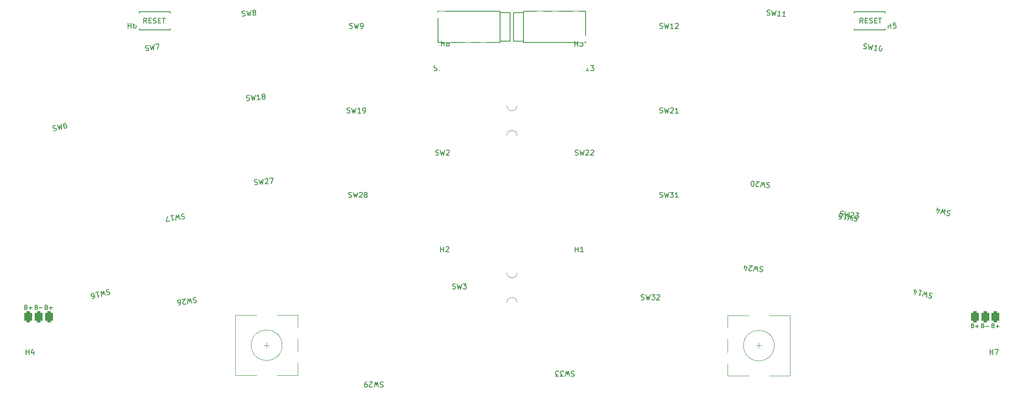
<source format=gbr>
%TF.GenerationSoftware,KiCad,Pcbnew,7.0.2*%
%TF.CreationDate,2023-08-06T16:20:09+02:00*%
%TF.ProjectId,Wizza-xiao,57697a7a-612d-4786-9961-6f2e6b696361,rev?*%
%TF.SameCoordinates,Original*%
%TF.FileFunction,Legend,Top*%
%TF.FilePolarity,Positive*%
%FSLAX46Y46*%
G04 Gerber Fmt 4.6, Leading zero omitted, Abs format (unit mm)*
G04 Created by KiCad (PCBNEW 7.0.2) date 2023-08-06 16:20:09*
%MOMM*%
%LPD*%
G01*
G04 APERTURE LIST*
G04 Aperture macros list*
%AMRoundRect*
0 Rectangle with rounded corners*
0 $1 Rounding radius*
0 $2 $3 $4 $5 $6 $7 $8 $9 X,Y pos of 4 corners*
0 Add a 4 corners polygon primitive as box body*
4,1,4,$2,$3,$4,$5,$6,$7,$8,$9,$2,$3,0*
0 Add four circle primitives for the rounded corners*
1,1,$1+$1,$2,$3*
1,1,$1+$1,$4,$5*
1,1,$1+$1,$6,$7*
1,1,$1+$1,$8,$9*
0 Add four rect primitives between the rounded corners*
20,1,$1+$1,$2,$3,$4,$5,0*
20,1,$1+$1,$4,$5,$6,$7,0*
20,1,$1+$1,$6,$7,$8,$9,0*
20,1,$1+$1,$8,$9,$2,$3,0*%
G04 Aperture macros list end*
%ADD10C,0.150000*%
%ADD11C,0.100000*%
%ADD12C,0.120000*%
%ADD13RoundRect,0.375000X0.375000X0.750000X-0.375000X0.750000X-0.375000X-0.750000X0.375000X-0.750000X0*%
%ADD14RoundRect,0.375000X-0.375000X-0.750000X0.375000X-0.750000X0.375000X0.750000X-0.375000X0.750000X0*%
%ADD15C,4.500000*%
%ADD16C,1.701800*%
%ADD17C,3.000000*%
%ADD18C,3.987800*%
%ADD19C,5.000000*%
%ADD20O,2.750000X1.800000*%
%ADD21C,1.397000*%
%ADD22C,0.500000*%
%ADD23C,0.800000*%
%ADD24O,2.000000X1.600000*%
%ADD25C,2.000000*%
%ADD26R,3.200000X2.000000*%
%ADD27O,3.500000X2.200000*%
%ADD28R,2.500000X1.500000*%
%ADD29O,2.500000X1.500000*%
G04 APERTURE END LIST*
D10*
%TO.C,H8*%
X125603095Y-44379619D02*
X125603095Y-43379619D01*
X125603095Y-43855809D02*
X126174523Y-43855809D01*
X126174523Y-44379619D02*
X126174523Y-43379619D01*
X126793571Y-43808190D02*
X126698333Y-43760571D01*
X126698333Y-43760571D02*
X126650714Y-43712952D01*
X126650714Y-43712952D02*
X126603095Y-43617714D01*
X126603095Y-43617714D02*
X126603095Y-43570095D01*
X126603095Y-43570095D02*
X126650714Y-43474857D01*
X126650714Y-43474857D02*
X126698333Y-43427238D01*
X126698333Y-43427238D02*
X126793571Y-43379619D01*
X126793571Y-43379619D02*
X126984047Y-43379619D01*
X126984047Y-43379619D02*
X127079285Y-43427238D01*
X127079285Y-43427238D02*
X127126904Y-43474857D01*
X127126904Y-43474857D02*
X127174523Y-43570095D01*
X127174523Y-43570095D02*
X127174523Y-43617714D01*
X127174523Y-43617714D02*
X127126904Y-43712952D01*
X127126904Y-43712952D02*
X127079285Y-43760571D01*
X127079285Y-43760571D02*
X126984047Y-43808190D01*
X126984047Y-43808190D02*
X126793571Y-43808190D01*
X126793571Y-43808190D02*
X126698333Y-43855809D01*
X126698333Y-43855809D02*
X126650714Y-43903428D01*
X126650714Y-43903428D02*
X126603095Y-43998666D01*
X126603095Y-43998666D02*
X126603095Y-44189142D01*
X126603095Y-44189142D02*
X126650714Y-44284380D01*
X126650714Y-44284380D02*
X126698333Y-44332000D01*
X126698333Y-44332000D02*
X126793571Y-44379619D01*
X126793571Y-44379619D02*
X126984047Y-44379619D01*
X126984047Y-44379619D02*
X127079285Y-44332000D01*
X127079285Y-44332000D02*
X127126904Y-44284380D01*
X127126904Y-44284380D02*
X127174523Y-44189142D01*
X127174523Y-44189142D02*
X127174523Y-43998666D01*
X127174523Y-43998666D02*
X127126904Y-43903428D01*
X127126904Y-43903428D02*
X127079285Y-43855809D01*
X127079285Y-43855809D02*
X126984047Y-43808190D01*
%TO.C,H7*%
X232629695Y-104631619D02*
X232629695Y-103631619D01*
X232629695Y-104107809D02*
X233201123Y-104107809D01*
X233201123Y-104631619D02*
X233201123Y-103631619D01*
X233582076Y-103631619D02*
X234248742Y-103631619D01*
X234248742Y-103631619D02*
X233820171Y-104631619D01*
%TO.C,H6*%
X64516095Y-40850819D02*
X64516095Y-39850819D01*
X64516095Y-40327009D02*
X65087523Y-40327009D01*
X65087523Y-40850819D02*
X65087523Y-39850819D01*
X65992285Y-39850819D02*
X65801809Y-39850819D01*
X65801809Y-39850819D02*
X65706571Y-39898438D01*
X65706571Y-39898438D02*
X65658952Y-39946057D01*
X65658952Y-39946057D02*
X65563714Y-40088914D01*
X65563714Y-40088914D02*
X65516095Y-40279390D01*
X65516095Y-40279390D02*
X65516095Y-40660342D01*
X65516095Y-40660342D02*
X65563714Y-40755580D01*
X65563714Y-40755580D02*
X65611333Y-40803200D01*
X65611333Y-40803200D02*
X65706571Y-40850819D01*
X65706571Y-40850819D02*
X65897047Y-40850819D01*
X65897047Y-40850819D02*
X65992285Y-40803200D01*
X65992285Y-40803200D02*
X66039904Y-40755580D01*
X66039904Y-40755580D02*
X66087523Y-40660342D01*
X66087523Y-40660342D02*
X66087523Y-40422247D01*
X66087523Y-40422247D02*
X66039904Y-40327009D01*
X66039904Y-40327009D02*
X65992285Y-40279390D01*
X65992285Y-40279390D02*
X65897047Y-40231771D01*
X65897047Y-40231771D02*
X65706571Y-40231771D01*
X65706571Y-40231771D02*
X65611333Y-40279390D01*
X65611333Y-40279390D02*
X65563714Y-40327009D01*
X65563714Y-40327009D02*
X65516095Y-40422247D01*
%TO.C,H5*%
X212741495Y-40850819D02*
X212741495Y-39850819D01*
X212741495Y-40327009D02*
X213312923Y-40327009D01*
X213312923Y-40850819D02*
X213312923Y-39850819D01*
X214265304Y-39850819D02*
X213789114Y-39850819D01*
X213789114Y-39850819D02*
X213741495Y-40327009D01*
X213741495Y-40327009D02*
X213789114Y-40279390D01*
X213789114Y-40279390D02*
X213884352Y-40231771D01*
X213884352Y-40231771D02*
X214122447Y-40231771D01*
X214122447Y-40231771D02*
X214217685Y-40279390D01*
X214217685Y-40279390D02*
X214265304Y-40327009D01*
X214265304Y-40327009D02*
X214312923Y-40422247D01*
X214312923Y-40422247D02*
X214312923Y-40660342D01*
X214312923Y-40660342D02*
X214265304Y-40755580D01*
X214265304Y-40755580D02*
X214217685Y-40803200D01*
X214217685Y-40803200D02*
X214122447Y-40850819D01*
X214122447Y-40850819D02*
X213884352Y-40850819D01*
X213884352Y-40850819D02*
X213789114Y-40803200D01*
X213789114Y-40803200D02*
X213741495Y-40755580D01*
%TO.C,H4*%
X44627895Y-104603019D02*
X44627895Y-103603019D01*
X44627895Y-104079209D02*
X45199323Y-104079209D01*
X45199323Y-104603019D02*
X45199323Y-103603019D01*
X46104085Y-103936352D02*
X46104085Y-104603019D01*
X45865990Y-103555400D02*
X45627895Y-104269685D01*
X45627895Y-104269685D02*
X46246942Y-104269685D01*
%TO.C,H3*%
X151654495Y-44408219D02*
X151654495Y-43408219D01*
X151654495Y-43884409D02*
X152225923Y-43884409D01*
X152225923Y-44408219D02*
X152225923Y-43408219D01*
X152606876Y-43408219D02*
X153225923Y-43408219D01*
X153225923Y-43408219D02*
X152892590Y-43789171D01*
X152892590Y-43789171D02*
X153035447Y-43789171D01*
X153035447Y-43789171D02*
X153130685Y-43836790D01*
X153130685Y-43836790D02*
X153178304Y-43884409D01*
X153178304Y-43884409D02*
X153225923Y-43979647D01*
X153225923Y-43979647D02*
X153225923Y-44217742D01*
X153225923Y-44217742D02*
X153178304Y-44312980D01*
X153178304Y-44312980D02*
X153130685Y-44360600D01*
X153130685Y-44360600D02*
X153035447Y-44408219D01*
X153035447Y-44408219D02*
X152749733Y-44408219D01*
X152749733Y-44408219D02*
X152654495Y-44360600D01*
X152654495Y-44360600D02*
X152606876Y-44312980D01*
%TO.C,H2*%
X125501495Y-84562419D02*
X125501495Y-83562419D01*
X125501495Y-84038609D02*
X126072923Y-84038609D01*
X126072923Y-84562419D02*
X126072923Y-83562419D01*
X126501495Y-83657657D02*
X126549114Y-83610038D01*
X126549114Y-83610038D02*
X126644352Y-83562419D01*
X126644352Y-83562419D02*
X126882447Y-83562419D01*
X126882447Y-83562419D02*
X126977685Y-83610038D01*
X126977685Y-83610038D02*
X127025304Y-83657657D01*
X127025304Y-83657657D02*
X127072923Y-83752895D01*
X127072923Y-83752895D02*
X127072923Y-83848133D01*
X127072923Y-83848133D02*
X127025304Y-83990990D01*
X127025304Y-83990990D02*
X126453876Y-84562419D01*
X126453876Y-84562419D02*
X127072923Y-84562419D01*
%TO.C,H1*%
X151756095Y-84591019D02*
X151756095Y-83591019D01*
X151756095Y-84067209D02*
X152327523Y-84067209D01*
X152327523Y-84591019D02*
X152327523Y-83591019D01*
X153327523Y-84591019D02*
X152756095Y-84591019D01*
X153041809Y-84591019D02*
X153041809Y-83591019D01*
X153041809Y-83591019D02*
X152946571Y-83733876D01*
X152946571Y-83733876D02*
X152851333Y-83829114D01*
X152851333Y-83829114D02*
X152756095Y-83876733D01*
%TO.C,SW12*%
X168218458Y-40880202D02*
X168361315Y-40927821D01*
X168361315Y-40927821D02*
X168599410Y-40927821D01*
X168599410Y-40927821D02*
X168694648Y-40880202D01*
X168694648Y-40880202D02*
X168742267Y-40832582D01*
X168742267Y-40832582D02*
X168789886Y-40737344D01*
X168789886Y-40737344D02*
X168789886Y-40642106D01*
X168789886Y-40642106D02*
X168742267Y-40546868D01*
X168742267Y-40546868D02*
X168694648Y-40499249D01*
X168694648Y-40499249D02*
X168599410Y-40451630D01*
X168599410Y-40451630D02*
X168408934Y-40404011D01*
X168408934Y-40404011D02*
X168313696Y-40356392D01*
X168313696Y-40356392D02*
X168266077Y-40308773D01*
X168266077Y-40308773D02*
X168218458Y-40213535D01*
X168218458Y-40213535D02*
X168218458Y-40118297D01*
X168218458Y-40118297D02*
X168266077Y-40023059D01*
X168266077Y-40023059D02*
X168313696Y-39975440D01*
X168313696Y-39975440D02*
X168408934Y-39927821D01*
X168408934Y-39927821D02*
X168647029Y-39927821D01*
X168647029Y-39927821D02*
X168789886Y-39975440D01*
X169123220Y-39927821D02*
X169361315Y-40927821D01*
X169361315Y-40927821D02*
X169551791Y-40213535D01*
X169551791Y-40213535D02*
X169742267Y-40927821D01*
X169742267Y-40927821D02*
X169980363Y-39927821D01*
X170885124Y-40927821D02*
X170313696Y-40927821D01*
X170599410Y-40927821D02*
X170599410Y-39927821D01*
X170599410Y-39927821D02*
X170504172Y-40070678D01*
X170504172Y-40070678D02*
X170408934Y-40165916D01*
X170408934Y-40165916D02*
X170313696Y-40213535D01*
X171266077Y-40023059D02*
X171313696Y-39975440D01*
X171313696Y-39975440D02*
X171408934Y-39927821D01*
X171408934Y-39927821D02*
X171647029Y-39927821D01*
X171647029Y-39927821D02*
X171742267Y-39975440D01*
X171742267Y-39975440D02*
X171789886Y-40023059D01*
X171789886Y-40023059D02*
X171837505Y-40118297D01*
X171837505Y-40118297D02*
X171837505Y-40213535D01*
X171837505Y-40213535D02*
X171789886Y-40356392D01*
X171789886Y-40356392D02*
X171218458Y-40927821D01*
X171218458Y-40927821D02*
X171837505Y-40927821D01*
%TO.C,SW31*%
X168218458Y-73880202D02*
X168361315Y-73927821D01*
X168361315Y-73927821D02*
X168599410Y-73927821D01*
X168599410Y-73927821D02*
X168694648Y-73880202D01*
X168694648Y-73880202D02*
X168742267Y-73832582D01*
X168742267Y-73832582D02*
X168789886Y-73737344D01*
X168789886Y-73737344D02*
X168789886Y-73642106D01*
X168789886Y-73642106D02*
X168742267Y-73546868D01*
X168742267Y-73546868D02*
X168694648Y-73499249D01*
X168694648Y-73499249D02*
X168599410Y-73451630D01*
X168599410Y-73451630D02*
X168408934Y-73404011D01*
X168408934Y-73404011D02*
X168313696Y-73356392D01*
X168313696Y-73356392D02*
X168266077Y-73308773D01*
X168266077Y-73308773D02*
X168218458Y-73213535D01*
X168218458Y-73213535D02*
X168218458Y-73118297D01*
X168218458Y-73118297D02*
X168266077Y-73023059D01*
X168266077Y-73023059D02*
X168313696Y-72975440D01*
X168313696Y-72975440D02*
X168408934Y-72927821D01*
X168408934Y-72927821D02*
X168647029Y-72927821D01*
X168647029Y-72927821D02*
X168789886Y-72975440D01*
X169123220Y-72927821D02*
X169361315Y-73927821D01*
X169361315Y-73927821D02*
X169551791Y-73213535D01*
X169551791Y-73213535D02*
X169742267Y-73927821D01*
X169742267Y-73927821D02*
X169980363Y-72927821D01*
X170266077Y-72927821D02*
X170885124Y-72927821D01*
X170885124Y-72927821D02*
X170551791Y-73308773D01*
X170551791Y-73308773D02*
X170694648Y-73308773D01*
X170694648Y-73308773D02*
X170789886Y-73356392D01*
X170789886Y-73356392D02*
X170837505Y-73404011D01*
X170837505Y-73404011D02*
X170885124Y-73499249D01*
X170885124Y-73499249D02*
X170885124Y-73737344D01*
X170885124Y-73737344D02*
X170837505Y-73832582D01*
X170837505Y-73832582D02*
X170789886Y-73880202D01*
X170789886Y-73880202D02*
X170694648Y-73927821D01*
X170694648Y-73927821D02*
X170408934Y-73927821D01*
X170408934Y-73927821D02*
X170313696Y-73880202D01*
X170313696Y-73880202D02*
X170266077Y-73832582D01*
X171837505Y-73927821D02*
X171266077Y-73927821D01*
X171551791Y-73927821D02*
X171551791Y-72927821D01*
X171551791Y-72927821D02*
X171456553Y-73070678D01*
X171456553Y-73070678D02*
X171361315Y-73165916D01*
X171361315Y-73165916D02*
X171266077Y-73213535D01*
%TO.C,SW7*%
X67987587Y-45231908D02*
X68135682Y-45259182D01*
X68135682Y-45259182D02*
X68371460Y-45226045D01*
X68371460Y-45226045D02*
X68459144Y-45165635D01*
X68459144Y-45165635D02*
X68499672Y-45111852D01*
X68499672Y-45111852D02*
X68533573Y-45010913D01*
X68533573Y-45010913D02*
X68520318Y-44916602D01*
X68520318Y-44916602D02*
X68459908Y-44828918D01*
X68459908Y-44828918D02*
X68406125Y-44788390D01*
X68406125Y-44788390D02*
X68305187Y-44754489D01*
X68305187Y-44754489D02*
X68109937Y-44733842D01*
X68109937Y-44733842D02*
X68008998Y-44699941D01*
X68008998Y-44699941D02*
X67955216Y-44659413D01*
X67955216Y-44659413D02*
X67894805Y-44571729D01*
X67894805Y-44571729D02*
X67881551Y-44477418D01*
X67881551Y-44477418D02*
X67915452Y-44376479D01*
X67915452Y-44376479D02*
X67955980Y-44322696D01*
X67955980Y-44322696D02*
X68043664Y-44262286D01*
X68043664Y-44262286D02*
X68279442Y-44229150D01*
X68279442Y-44229150D02*
X68427536Y-44256423D01*
X68750998Y-44162877D02*
X69125950Y-45120008D01*
X69125950Y-45120008D02*
X69215163Y-44386165D01*
X69215163Y-44386165D02*
X69503195Y-45066990D01*
X69503195Y-45066990D02*
X69599800Y-44043586D01*
X69882733Y-44003822D02*
X70542912Y-43911040D01*
X70542912Y-43911040D02*
X70257684Y-44960954D01*
%TO.C,SW20*%
X189684081Y-71082816D02*
X189545918Y-71022927D01*
X189545918Y-71022927D02*
X189308729Y-71002176D01*
X189308729Y-71002176D02*
X189209703Y-71041313D01*
X189209703Y-71041313D02*
X189158115Y-71084601D01*
X189158115Y-71084601D02*
X189102376Y-71175326D01*
X189102376Y-71175326D02*
X189094076Y-71270202D01*
X189094076Y-71270202D02*
X189133213Y-71369228D01*
X189133213Y-71369228D02*
X189176501Y-71420816D01*
X189176501Y-71420816D02*
X189267226Y-71476554D01*
X189267226Y-71476554D02*
X189452827Y-71540593D01*
X189452827Y-71540593D02*
X189543552Y-71596332D01*
X189543552Y-71596332D02*
X189586840Y-71647920D01*
X189586840Y-71647920D02*
X189625977Y-71746946D01*
X189625977Y-71746946D02*
X189617677Y-71841822D01*
X189617677Y-71841822D02*
X189561938Y-71932547D01*
X189561938Y-71932547D02*
X189510350Y-71975835D01*
X189510350Y-71975835D02*
X189411324Y-72014972D01*
X189411324Y-72014972D02*
X189174135Y-71994220D01*
X189174135Y-71994220D02*
X189035972Y-71934332D01*
X188699757Y-71952718D02*
X188549723Y-70935772D01*
X188549723Y-70935772D02*
X188297718Y-71630738D01*
X188297718Y-71630738D02*
X188170220Y-70902569D01*
X188170220Y-70902569D02*
X187845875Y-71878013D01*
X187522111Y-71754085D02*
X187470523Y-71797373D01*
X187470523Y-71797373D02*
X187371497Y-71836510D01*
X187371497Y-71836510D02*
X187134308Y-71815759D01*
X187134308Y-71815759D02*
X187043583Y-71760020D01*
X187043583Y-71760020D02*
X187000295Y-71708432D01*
X187000295Y-71708432D02*
X186961158Y-71609406D01*
X186961158Y-71609406D02*
X186969458Y-71514531D01*
X186969458Y-71514531D02*
X187029347Y-71376367D01*
X187029347Y-71376367D02*
X187648404Y-70856916D01*
X187648404Y-70856916D02*
X187031712Y-70802963D01*
X186327865Y-71745204D02*
X186232989Y-71736904D01*
X186232989Y-71736904D02*
X186142263Y-71681165D01*
X186142263Y-71681165D02*
X186098976Y-71629577D01*
X186098976Y-71629577D02*
X186059839Y-71530551D01*
X186059839Y-71530551D02*
X186029002Y-71336649D01*
X186029002Y-71336649D02*
X186049753Y-71099460D01*
X186049753Y-71099460D02*
X186113792Y-70913859D01*
X186113792Y-70913859D02*
X186169531Y-70823134D01*
X186169531Y-70823134D02*
X186221119Y-70779846D01*
X186221119Y-70779846D02*
X186320145Y-70740709D01*
X186320145Y-70740709D02*
X186415020Y-70749009D01*
X186415020Y-70749009D02*
X186505746Y-70804748D01*
X186505746Y-70804748D02*
X186549033Y-70856336D01*
X186549033Y-70856336D02*
X186588171Y-70955362D01*
X186588171Y-70955362D02*
X186619007Y-71149263D01*
X186619007Y-71149263D02*
X186598256Y-71386453D01*
X186598256Y-71386453D02*
X186534217Y-71572054D01*
X186534217Y-71572054D02*
X186478479Y-71662779D01*
X186478479Y-71662779D02*
X186426891Y-71706067D01*
X186426891Y-71706067D02*
X186327865Y-71745204D01*
%TO.C,SW6*%
X50031052Y-60924049D02*
X50181186Y-60935693D01*
X50181186Y-60935693D02*
X50412209Y-60878092D01*
X50412209Y-60878092D02*
X50493098Y-60808848D01*
X50493098Y-60808848D02*
X50527782Y-60751123D01*
X50527782Y-60751123D02*
X50550946Y-60647194D01*
X50550946Y-60647194D02*
X50527906Y-60554785D01*
X50527906Y-60554785D02*
X50458661Y-60473896D01*
X50458661Y-60473896D02*
X50400937Y-60439211D01*
X50400937Y-60439211D02*
X50297008Y-60416047D01*
X50297008Y-60416047D02*
X50100669Y-60415923D01*
X50100669Y-60415923D02*
X49996740Y-60392758D01*
X49996740Y-60392758D02*
X49939015Y-60358074D01*
X49939015Y-60358074D02*
X49869771Y-60277185D01*
X49869771Y-60277185D02*
X49846731Y-60184776D01*
X49846731Y-60184776D02*
X49869895Y-60080846D01*
X49869895Y-60080846D02*
X49904579Y-60023122D01*
X49904579Y-60023122D02*
X49985468Y-59953877D01*
X49985468Y-59953877D02*
X50216491Y-59896277D01*
X50216491Y-59896277D02*
X50366625Y-59907921D01*
X50678537Y-59781076D02*
X51151481Y-60693771D01*
X51151481Y-60693771D02*
X51163498Y-59954622D01*
X51163498Y-59954622D02*
X51521118Y-60601610D01*
X51521118Y-60601610D02*
X51510219Y-59573714D01*
X52295696Y-59377873D02*
X52110878Y-59423953D01*
X52110878Y-59423953D02*
X52029989Y-59493198D01*
X52029989Y-59493198D02*
X51995304Y-59550922D01*
X51995304Y-59550922D02*
X51937456Y-59712576D01*
X51937456Y-59712576D02*
X51937331Y-59908915D01*
X51937331Y-59908915D02*
X52029492Y-60278551D01*
X52029492Y-60278551D02*
X52098737Y-60359440D01*
X52098737Y-60359440D02*
X52156462Y-60394124D01*
X52156462Y-60394124D02*
X52260391Y-60417289D01*
X52260391Y-60417289D02*
X52445209Y-60371209D01*
X52445209Y-60371209D02*
X52526098Y-60301964D01*
X52526098Y-60301964D02*
X52560782Y-60244239D01*
X52560782Y-60244239D02*
X52583947Y-60140310D01*
X52583947Y-60140310D02*
X52526346Y-59909287D01*
X52526346Y-59909287D02*
X52457102Y-59828398D01*
X52457102Y-59828398D02*
X52399377Y-59793714D01*
X52399377Y-59793714D02*
X52295448Y-59770549D01*
X52295448Y-59770549D02*
X52110630Y-59816630D01*
X52110630Y-59816630D02*
X52029741Y-59885874D01*
X52029741Y-59885874D02*
X51995056Y-59943599D01*
X51995056Y-59943599D02*
X51971892Y-60047528D01*
%TO.C,SW4*%
X224913034Y-76613730D02*
X224785941Y-76532965D01*
X224785941Y-76532965D02*
X224554918Y-76475365D01*
X224554918Y-76475365D02*
X224450989Y-76498529D01*
X224450989Y-76498529D02*
X224393264Y-76533214D01*
X224393264Y-76533214D02*
X224324019Y-76614103D01*
X224324019Y-76614103D02*
X224300979Y-76706512D01*
X224300979Y-76706512D02*
X224324143Y-76810441D01*
X224324143Y-76810441D02*
X224358828Y-76868166D01*
X224358828Y-76868166D02*
X224439717Y-76937410D01*
X224439717Y-76937410D02*
X224613015Y-77029695D01*
X224613015Y-77029695D02*
X224693904Y-77098940D01*
X224693904Y-77098940D02*
X224728589Y-77156665D01*
X224728589Y-77156665D02*
X224751753Y-77260594D01*
X224751753Y-77260594D02*
X224728713Y-77353003D01*
X224728713Y-77353003D02*
X224659468Y-77433892D01*
X224659468Y-77433892D02*
X224601743Y-77468577D01*
X224601743Y-77468577D02*
X224497814Y-77491741D01*
X224497814Y-77491741D02*
X224266791Y-77434141D01*
X224266791Y-77434141D02*
X224139698Y-77353376D01*
X223804746Y-77318940D02*
X223815645Y-76291043D01*
X223815645Y-76291043D02*
X223458025Y-76938031D01*
X223458025Y-76938031D02*
X223446008Y-76198883D01*
X223446008Y-76198883D02*
X222973064Y-77111578D01*
X222268227Y-76592305D02*
X222429508Y-75945441D01*
X222407089Y-77019542D02*
X222810913Y-76384074D01*
X222810913Y-76384074D02*
X222210254Y-76234312D01*
%TO.C,SW9*%
X107694649Y-40880202D02*
X107837506Y-40927821D01*
X107837506Y-40927821D02*
X108075601Y-40927821D01*
X108075601Y-40927821D02*
X108170839Y-40880202D01*
X108170839Y-40880202D02*
X108218458Y-40832582D01*
X108218458Y-40832582D02*
X108266077Y-40737344D01*
X108266077Y-40737344D02*
X108266077Y-40642106D01*
X108266077Y-40642106D02*
X108218458Y-40546868D01*
X108218458Y-40546868D02*
X108170839Y-40499249D01*
X108170839Y-40499249D02*
X108075601Y-40451630D01*
X108075601Y-40451630D02*
X107885125Y-40404011D01*
X107885125Y-40404011D02*
X107789887Y-40356392D01*
X107789887Y-40356392D02*
X107742268Y-40308773D01*
X107742268Y-40308773D02*
X107694649Y-40213535D01*
X107694649Y-40213535D02*
X107694649Y-40118297D01*
X107694649Y-40118297D02*
X107742268Y-40023059D01*
X107742268Y-40023059D02*
X107789887Y-39975440D01*
X107789887Y-39975440D02*
X107885125Y-39927821D01*
X107885125Y-39927821D02*
X108123220Y-39927821D01*
X108123220Y-39927821D02*
X108266077Y-39975440D01*
X108599411Y-39927821D02*
X108837506Y-40927821D01*
X108837506Y-40927821D02*
X109027982Y-40213535D01*
X109027982Y-40213535D02*
X109218458Y-40927821D01*
X109218458Y-40927821D02*
X109456554Y-39927821D01*
X109885125Y-40927821D02*
X110075601Y-40927821D01*
X110075601Y-40927821D02*
X110170839Y-40880202D01*
X110170839Y-40880202D02*
X110218458Y-40832582D01*
X110218458Y-40832582D02*
X110313696Y-40689725D01*
X110313696Y-40689725D02*
X110361315Y-40499249D01*
X110361315Y-40499249D02*
X110361315Y-40118297D01*
X110361315Y-40118297D02*
X110313696Y-40023059D01*
X110313696Y-40023059D02*
X110266077Y-39975440D01*
X110266077Y-39975440D02*
X110170839Y-39927821D01*
X110170839Y-39927821D02*
X109980363Y-39927821D01*
X109980363Y-39927821D02*
X109885125Y-39975440D01*
X109885125Y-39975440D02*
X109837506Y-40023059D01*
X109837506Y-40023059D02*
X109789887Y-40118297D01*
X109789887Y-40118297D02*
X109789887Y-40356392D01*
X109789887Y-40356392D02*
X109837506Y-40451630D01*
X109837506Y-40451630D02*
X109885125Y-40499249D01*
X109885125Y-40499249D02*
X109980363Y-40546868D01*
X109980363Y-40546868D02*
X110170839Y-40546868D01*
X110170839Y-40546868D02*
X110266077Y-40499249D01*
X110266077Y-40499249D02*
X110313696Y-40451630D01*
X110313696Y-40451630D02*
X110361315Y-40356392D01*
%TO.C,SW33*%
X151512505Y-107925202D02*
X151369648Y-107877582D01*
X151369648Y-107877582D02*
X151131553Y-107877582D01*
X151131553Y-107877582D02*
X151036315Y-107925202D01*
X151036315Y-107925202D02*
X150988696Y-107972821D01*
X150988696Y-107972821D02*
X150941077Y-108068059D01*
X150941077Y-108068059D02*
X150941077Y-108163297D01*
X150941077Y-108163297D02*
X150988696Y-108258535D01*
X150988696Y-108258535D02*
X151036315Y-108306154D01*
X151036315Y-108306154D02*
X151131553Y-108353773D01*
X151131553Y-108353773D02*
X151322029Y-108401392D01*
X151322029Y-108401392D02*
X151417267Y-108449011D01*
X151417267Y-108449011D02*
X151464886Y-108496630D01*
X151464886Y-108496630D02*
X151512505Y-108591868D01*
X151512505Y-108591868D02*
X151512505Y-108687106D01*
X151512505Y-108687106D02*
X151464886Y-108782344D01*
X151464886Y-108782344D02*
X151417267Y-108829963D01*
X151417267Y-108829963D02*
X151322029Y-108877582D01*
X151322029Y-108877582D02*
X151083934Y-108877582D01*
X151083934Y-108877582D02*
X150941077Y-108829963D01*
X150607743Y-108877582D02*
X150369648Y-107877582D01*
X150369648Y-107877582D02*
X150179172Y-108591868D01*
X150179172Y-108591868D02*
X149988696Y-107877582D01*
X149988696Y-107877582D02*
X149750601Y-108877582D01*
X149464886Y-108877582D02*
X148845839Y-108877582D01*
X148845839Y-108877582D02*
X149179172Y-108496630D01*
X149179172Y-108496630D02*
X149036315Y-108496630D01*
X149036315Y-108496630D02*
X148941077Y-108449011D01*
X148941077Y-108449011D02*
X148893458Y-108401392D01*
X148893458Y-108401392D02*
X148845839Y-108306154D01*
X148845839Y-108306154D02*
X148845839Y-108068059D01*
X148845839Y-108068059D02*
X148893458Y-107972821D01*
X148893458Y-107972821D02*
X148941077Y-107925202D01*
X148941077Y-107925202D02*
X149036315Y-107877582D01*
X149036315Y-107877582D02*
X149322029Y-107877582D01*
X149322029Y-107877582D02*
X149417267Y-107925202D01*
X149417267Y-107925202D02*
X149464886Y-107972821D01*
X148512505Y-108877582D02*
X147893458Y-108877582D01*
X147893458Y-108877582D02*
X148226791Y-108496630D01*
X148226791Y-108496630D02*
X148083934Y-108496630D01*
X148083934Y-108496630D02*
X147988696Y-108449011D01*
X147988696Y-108449011D02*
X147941077Y-108401392D01*
X147941077Y-108401392D02*
X147893458Y-108306154D01*
X147893458Y-108306154D02*
X147893458Y-108068059D01*
X147893458Y-108068059D02*
X147941077Y-107972821D01*
X147941077Y-107972821D02*
X147988696Y-107925202D01*
X147988696Y-107925202D02*
X148083934Y-107877582D01*
X148083934Y-107877582D02*
X148369648Y-107877582D01*
X148369648Y-107877582D02*
X148464886Y-107925202D01*
X148464886Y-107925202D02*
X148512505Y-107972821D01*
%TO.C,SW16*%
X60790082Y-91911669D02*
X60639948Y-91900025D01*
X60639948Y-91900025D02*
X60408926Y-91957626D01*
X60408926Y-91957626D02*
X60328037Y-92026870D01*
X60328037Y-92026870D02*
X60293352Y-92084595D01*
X60293352Y-92084595D02*
X60270188Y-92188524D01*
X60270188Y-92188524D02*
X60293228Y-92280933D01*
X60293228Y-92280933D02*
X60362473Y-92361822D01*
X60362473Y-92361822D02*
X60420197Y-92396507D01*
X60420197Y-92396507D02*
X60524126Y-92419671D01*
X60524126Y-92419671D02*
X60720465Y-92419795D01*
X60720465Y-92419795D02*
X60824394Y-92442960D01*
X60824394Y-92442960D02*
X60882119Y-92477644D01*
X60882119Y-92477644D02*
X60951363Y-92558533D01*
X60951363Y-92558533D02*
X60974404Y-92650942D01*
X60974404Y-92650942D02*
X60951239Y-92754871D01*
X60951239Y-92754871D02*
X60916555Y-92812596D01*
X60916555Y-92812596D02*
X60835666Y-92881841D01*
X60835666Y-92881841D02*
X60604643Y-92939441D01*
X60604643Y-92939441D02*
X60454509Y-92927797D01*
X60142597Y-93054642D02*
X59669653Y-92141947D01*
X59669653Y-92141947D02*
X59657636Y-92881096D01*
X59657636Y-92881096D02*
X59300016Y-92234108D01*
X59300016Y-92234108D02*
X59310915Y-93262004D01*
X58191107Y-92510590D02*
X58745562Y-92372349D01*
X58468334Y-92441469D02*
X58710256Y-93411765D01*
X58710256Y-93411765D02*
X58768105Y-93250111D01*
X58768105Y-93250111D02*
X58837474Y-93134662D01*
X58837474Y-93134662D02*
X58918363Y-93065417D01*
X57601347Y-93688247D02*
X57786165Y-93642167D01*
X57786165Y-93642167D02*
X57867054Y-93572922D01*
X57867054Y-93572922D02*
X57901738Y-93515197D01*
X57901738Y-93515197D02*
X57959587Y-93353544D01*
X57959587Y-93353544D02*
X57959711Y-93157205D01*
X57959711Y-93157205D02*
X57867551Y-92787569D01*
X57867551Y-92787569D02*
X57798306Y-92706680D01*
X57798306Y-92706680D02*
X57740581Y-92671995D01*
X57740581Y-92671995D02*
X57636652Y-92648831D01*
X57636652Y-92648831D02*
X57451834Y-92694911D01*
X57451834Y-92694911D02*
X57370945Y-92764156D01*
X57370945Y-92764156D02*
X57336260Y-92821881D01*
X57336260Y-92821881D02*
X57313096Y-92925810D01*
X57313096Y-92925810D02*
X57370696Y-93156833D01*
X57370696Y-93156833D02*
X57439941Y-93237722D01*
X57439941Y-93237722D02*
X57497666Y-93272406D01*
X57497666Y-93272406D02*
X57601595Y-93295571D01*
X57601595Y-93295571D02*
X57786413Y-93249490D01*
X57786413Y-93249490D02*
X57867302Y-93180245D01*
X57867302Y-93180245D02*
X57901987Y-93122521D01*
X57901987Y-93122521D02*
X57925151Y-93018592D01*
%TO.C,SW3*%
X127819649Y-91755202D02*
X127962506Y-91802821D01*
X127962506Y-91802821D02*
X128200601Y-91802821D01*
X128200601Y-91802821D02*
X128295839Y-91755202D01*
X128295839Y-91755202D02*
X128343458Y-91707582D01*
X128343458Y-91707582D02*
X128391077Y-91612344D01*
X128391077Y-91612344D02*
X128391077Y-91517106D01*
X128391077Y-91517106D02*
X128343458Y-91421868D01*
X128343458Y-91421868D02*
X128295839Y-91374249D01*
X128295839Y-91374249D02*
X128200601Y-91326630D01*
X128200601Y-91326630D02*
X128010125Y-91279011D01*
X128010125Y-91279011D02*
X127914887Y-91231392D01*
X127914887Y-91231392D02*
X127867268Y-91183773D01*
X127867268Y-91183773D02*
X127819649Y-91088535D01*
X127819649Y-91088535D02*
X127819649Y-90993297D01*
X127819649Y-90993297D02*
X127867268Y-90898059D01*
X127867268Y-90898059D02*
X127914887Y-90850440D01*
X127914887Y-90850440D02*
X128010125Y-90802821D01*
X128010125Y-90802821D02*
X128248220Y-90802821D01*
X128248220Y-90802821D02*
X128391077Y-90850440D01*
X128724411Y-90802821D02*
X128962506Y-91802821D01*
X128962506Y-91802821D02*
X129152982Y-91088535D01*
X129152982Y-91088535D02*
X129343458Y-91802821D01*
X129343458Y-91802821D02*
X129581554Y-90802821D01*
X129867268Y-90802821D02*
X130486315Y-90802821D01*
X130486315Y-90802821D02*
X130152982Y-91183773D01*
X130152982Y-91183773D02*
X130295839Y-91183773D01*
X130295839Y-91183773D02*
X130391077Y-91231392D01*
X130391077Y-91231392D02*
X130438696Y-91279011D01*
X130438696Y-91279011D02*
X130486315Y-91374249D01*
X130486315Y-91374249D02*
X130486315Y-91612344D01*
X130486315Y-91612344D02*
X130438696Y-91707582D01*
X130438696Y-91707582D02*
X130391077Y-91755202D01*
X130391077Y-91755202D02*
X130295839Y-91802821D01*
X130295839Y-91802821D02*
X130010125Y-91802821D01*
X130010125Y-91802821D02*
X129914887Y-91755202D01*
X129914887Y-91755202D02*
X129867268Y-91707582D01*
%TO.C,SW10*%
X207954159Y-44822342D02*
X208088999Y-44889379D01*
X208088999Y-44889379D02*
X208324777Y-44922516D01*
X208324777Y-44922516D02*
X208425715Y-44888615D01*
X208425715Y-44888615D02*
X208479498Y-44848086D01*
X208479498Y-44848086D02*
X208539908Y-44760402D01*
X208539908Y-44760402D02*
X208553163Y-44666091D01*
X208553163Y-44666091D02*
X208519262Y-44565153D01*
X208519262Y-44565153D02*
X208478734Y-44511370D01*
X208478734Y-44511370D02*
X208391050Y-44450959D01*
X208391050Y-44450959D02*
X208209054Y-44377295D01*
X208209054Y-44377295D02*
X208121370Y-44316884D01*
X208121370Y-44316884D02*
X208080842Y-44263102D01*
X208080842Y-44263102D02*
X208046941Y-44162163D01*
X208046941Y-44162163D02*
X208060196Y-44067852D01*
X208060196Y-44067852D02*
X208120606Y-43980168D01*
X208120606Y-43980168D02*
X208174389Y-43939639D01*
X208174389Y-43939639D02*
X208275327Y-43905738D01*
X208275327Y-43905738D02*
X208511105Y-43938875D01*
X208511105Y-43938875D02*
X208645945Y-44005912D01*
X208982662Y-44005148D02*
X209079267Y-45028552D01*
X209079267Y-45028552D02*
X209367299Y-44347727D01*
X209367299Y-44347727D02*
X209456512Y-45081571D01*
X209456512Y-45081571D02*
X209831463Y-44124439D01*
X210588246Y-45240626D02*
X210022379Y-45161098D01*
X210305313Y-45200862D02*
X210444486Y-44210594D01*
X210444486Y-44210594D02*
X210330293Y-44338806D01*
X210330293Y-44338806D02*
X210222727Y-44419863D01*
X210222727Y-44419863D02*
X210121788Y-44453764D01*
X211340443Y-44336512D02*
X211434754Y-44349767D01*
X211434754Y-44349767D02*
X211522438Y-44410177D01*
X211522438Y-44410177D02*
X211562966Y-44463960D01*
X211562966Y-44463960D02*
X211596867Y-44564899D01*
X211596867Y-44564899D02*
X211617514Y-44760148D01*
X211617514Y-44760148D02*
X211584377Y-44995926D01*
X211584377Y-44995926D02*
X211510713Y-45177922D01*
X211510713Y-45177922D02*
X211450302Y-45265606D01*
X211450302Y-45265606D02*
X211396519Y-45306134D01*
X211396519Y-45306134D02*
X211295581Y-45340035D01*
X211295581Y-45340035D02*
X211201270Y-45326780D01*
X211201270Y-45326780D02*
X211113586Y-45266370D01*
X211113586Y-45266370D02*
X211073057Y-45212587D01*
X211073057Y-45212587D02*
X211039156Y-45111649D01*
X211039156Y-45111649D02*
X211018510Y-44916399D01*
X211018510Y-44916399D02*
X211051646Y-44680621D01*
X211051646Y-44680621D02*
X211125311Y-44498626D01*
X211125311Y-44498626D02*
X211185721Y-44410942D01*
X211185721Y-44410942D02*
X211239504Y-44370413D01*
X211239504Y-44370413D02*
X211340443Y-44336512D01*
%TO.C,SW14*%
X221383369Y-92738811D02*
X221256276Y-92658046D01*
X221256276Y-92658046D02*
X221025253Y-92600446D01*
X221025253Y-92600446D02*
X220921324Y-92623610D01*
X220921324Y-92623610D02*
X220863599Y-92658295D01*
X220863599Y-92658295D02*
X220794354Y-92739184D01*
X220794354Y-92739184D02*
X220771314Y-92831593D01*
X220771314Y-92831593D02*
X220794479Y-92935522D01*
X220794479Y-92935522D02*
X220829163Y-92993247D01*
X220829163Y-92993247D02*
X220910052Y-93062492D01*
X220910052Y-93062492D02*
X221083350Y-93154776D01*
X221083350Y-93154776D02*
X221164239Y-93224021D01*
X221164239Y-93224021D02*
X221198924Y-93281746D01*
X221198924Y-93281746D02*
X221222088Y-93385675D01*
X221222088Y-93385675D02*
X221199048Y-93478084D01*
X221199048Y-93478084D02*
X221129803Y-93558973D01*
X221129803Y-93558973D02*
X221072078Y-93593658D01*
X221072078Y-93593658D02*
X220968149Y-93616822D01*
X220968149Y-93616822D02*
X220737126Y-93559222D01*
X220737126Y-93559222D02*
X220610033Y-93478457D01*
X220275081Y-93444021D02*
X220285980Y-92416124D01*
X220285980Y-92416124D02*
X219928360Y-93063112D01*
X219928360Y-93063112D02*
X219916343Y-92323964D01*
X219916343Y-92323964D02*
X219443399Y-93236659D01*
X218807434Y-92047482D02*
X219361889Y-92185723D01*
X219084662Y-92116602D02*
X218842740Y-93086898D01*
X218842740Y-93086898D02*
X218969709Y-92971324D01*
X218969709Y-92971324D02*
X219085158Y-92901955D01*
X219085158Y-92901955D02*
X219189088Y-92878791D01*
X217814471Y-92486984D02*
X217975752Y-91840120D01*
X217953333Y-92914221D02*
X218357157Y-92278753D01*
X218357157Y-92278753D02*
X217756498Y-92128992D01*
%TO.C,J3*%
X46634704Y-95382247D02*
X46748990Y-95420342D01*
X46748990Y-95420342D02*
X46787085Y-95458438D01*
X46787085Y-95458438D02*
X46825181Y-95534628D01*
X46825181Y-95534628D02*
X46825181Y-95648914D01*
X46825181Y-95648914D02*
X46787085Y-95725104D01*
X46787085Y-95725104D02*
X46748990Y-95763200D01*
X46748990Y-95763200D02*
X46672800Y-95801295D01*
X46672800Y-95801295D02*
X46368038Y-95801295D01*
X46368038Y-95801295D02*
X46368038Y-95001295D01*
X46368038Y-95001295D02*
X46634704Y-95001295D01*
X46634704Y-95001295D02*
X46710895Y-95039390D01*
X46710895Y-95039390D02*
X46748990Y-95077485D01*
X46748990Y-95077485D02*
X46787085Y-95153676D01*
X46787085Y-95153676D02*
X46787085Y-95229866D01*
X46787085Y-95229866D02*
X46748990Y-95306057D01*
X46748990Y-95306057D02*
X46710895Y-95344152D01*
X46710895Y-95344152D02*
X46634704Y-95382247D01*
X46634704Y-95382247D02*
X46368038Y-95382247D01*
X47168038Y-95496533D02*
X47777562Y-95496533D01*
X44634704Y-95382247D02*
X44748990Y-95420342D01*
X44748990Y-95420342D02*
X44787085Y-95458438D01*
X44787085Y-95458438D02*
X44825181Y-95534628D01*
X44825181Y-95534628D02*
X44825181Y-95648914D01*
X44825181Y-95648914D02*
X44787085Y-95725104D01*
X44787085Y-95725104D02*
X44748990Y-95763200D01*
X44748990Y-95763200D02*
X44672800Y-95801295D01*
X44672800Y-95801295D02*
X44368038Y-95801295D01*
X44368038Y-95801295D02*
X44368038Y-95001295D01*
X44368038Y-95001295D02*
X44634704Y-95001295D01*
X44634704Y-95001295D02*
X44710895Y-95039390D01*
X44710895Y-95039390D02*
X44748990Y-95077485D01*
X44748990Y-95077485D02*
X44787085Y-95153676D01*
X44787085Y-95153676D02*
X44787085Y-95229866D01*
X44787085Y-95229866D02*
X44748990Y-95306057D01*
X44748990Y-95306057D02*
X44710895Y-95344152D01*
X44710895Y-95344152D02*
X44634704Y-95382247D01*
X44634704Y-95382247D02*
X44368038Y-95382247D01*
X45168038Y-95496533D02*
X45777562Y-95496533D01*
X45472800Y-95801295D02*
X45472800Y-95191771D01*
X48634704Y-95382247D02*
X48748990Y-95420342D01*
X48748990Y-95420342D02*
X48787085Y-95458438D01*
X48787085Y-95458438D02*
X48825181Y-95534628D01*
X48825181Y-95534628D02*
X48825181Y-95648914D01*
X48825181Y-95648914D02*
X48787085Y-95725104D01*
X48787085Y-95725104D02*
X48748990Y-95763200D01*
X48748990Y-95763200D02*
X48672800Y-95801295D01*
X48672800Y-95801295D02*
X48368038Y-95801295D01*
X48368038Y-95801295D02*
X48368038Y-95001295D01*
X48368038Y-95001295D02*
X48634704Y-95001295D01*
X48634704Y-95001295D02*
X48710895Y-95039390D01*
X48710895Y-95039390D02*
X48748990Y-95077485D01*
X48748990Y-95077485D02*
X48787085Y-95153676D01*
X48787085Y-95153676D02*
X48787085Y-95229866D01*
X48787085Y-95229866D02*
X48748990Y-95306057D01*
X48748990Y-95306057D02*
X48710895Y-95344152D01*
X48710895Y-95344152D02*
X48634704Y-95382247D01*
X48634704Y-95382247D02*
X48368038Y-95382247D01*
X49168038Y-95496533D02*
X49777562Y-95496533D01*
X49472800Y-95801295D02*
X49472800Y-95191771D01*
%TO.C,SW17*%
X75448590Y-77174399D02*
X75300496Y-77147125D01*
X75300496Y-77147125D02*
X75064718Y-77180262D01*
X75064718Y-77180262D02*
X74977034Y-77240672D01*
X74977034Y-77240672D02*
X74936506Y-77294455D01*
X74936506Y-77294455D02*
X74902605Y-77395394D01*
X74902605Y-77395394D02*
X74915859Y-77489705D01*
X74915859Y-77489705D02*
X74976269Y-77577389D01*
X74976269Y-77577389D02*
X75030052Y-77617917D01*
X75030052Y-77617917D02*
X75130991Y-77651818D01*
X75130991Y-77651818D02*
X75326241Y-77672465D01*
X75326241Y-77672465D02*
X75427179Y-77706366D01*
X75427179Y-77706366D02*
X75480962Y-77746894D01*
X75480962Y-77746894D02*
X75541372Y-77834578D01*
X75541372Y-77834578D02*
X75554627Y-77928889D01*
X75554627Y-77928889D02*
X75520726Y-78029828D01*
X75520726Y-78029828D02*
X75480198Y-78083611D01*
X75480198Y-78083611D02*
X75392514Y-78144021D01*
X75392514Y-78144021D02*
X75156736Y-78177157D01*
X75156736Y-78177157D02*
X75008641Y-78149884D01*
X74685179Y-78243430D02*
X74310228Y-77286299D01*
X74310228Y-77286299D02*
X74221015Y-78020142D01*
X74221015Y-78020142D02*
X73932983Y-77339317D01*
X73932983Y-77339317D02*
X73836378Y-78362721D01*
X72801248Y-77498372D02*
X73367116Y-77418844D01*
X73084182Y-77458608D02*
X73223355Y-78448876D01*
X73223355Y-78448876D02*
X73297784Y-78294155D01*
X73297784Y-78294155D02*
X73378841Y-78186589D01*
X73378841Y-78186589D02*
X73466525Y-78126179D01*
X72610332Y-78535031D02*
X71950153Y-78627813D01*
X71950153Y-78627813D02*
X72235381Y-77577899D01*
%TO.C,SW22*%
X151718458Y-65630202D02*
X151861315Y-65677821D01*
X151861315Y-65677821D02*
X152099410Y-65677821D01*
X152099410Y-65677821D02*
X152194648Y-65630202D01*
X152194648Y-65630202D02*
X152242267Y-65582582D01*
X152242267Y-65582582D02*
X152289886Y-65487344D01*
X152289886Y-65487344D02*
X152289886Y-65392106D01*
X152289886Y-65392106D02*
X152242267Y-65296868D01*
X152242267Y-65296868D02*
X152194648Y-65249249D01*
X152194648Y-65249249D02*
X152099410Y-65201630D01*
X152099410Y-65201630D02*
X151908934Y-65154011D01*
X151908934Y-65154011D02*
X151813696Y-65106392D01*
X151813696Y-65106392D02*
X151766077Y-65058773D01*
X151766077Y-65058773D02*
X151718458Y-64963535D01*
X151718458Y-64963535D02*
X151718458Y-64868297D01*
X151718458Y-64868297D02*
X151766077Y-64773059D01*
X151766077Y-64773059D02*
X151813696Y-64725440D01*
X151813696Y-64725440D02*
X151908934Y-64677821D01*
X151908934Y-64677821D02*
X152147029Y-64677821D01*
X152147029Y-64677821D02*
X152289886Y-64725440D01*
X152623220Y-64677821D02*
X152861315Y-65677821D01*
X152861315Y-65677821D02*
X153051791Y-64963535D01*
X153051791Y-64963535D02*
X153242267Y-65677821D01*
X153242267Y-65677821D02*
X153480363Y-64677821D01*
X153813696Y-64773059D02*
X153861315Y-64725440D01*
X153861315Y-64725440D02*
X153956553Y-64677821D01*
X153956553Y-64677821D02*
X154194648Y-64677821D01*
X154194648Y-64677821D02*
X154289886Y-64725440D01*
X154289886Y-64725440D02*
X154337505Y-64773059D01*
X154337505Y-64773059D02*
X154385124Y-64868297D01*
X154385124Y-64868297D02*
X154385124Y-64963535D01*
X154385124Y-64963535D02*
X154337505Y-65106392D01*
X154337505Y-65106392D02*
X153766077Y-65677821D01*
X153766077Y-65677821D02*
X154385124Y-65677821D01*
X154766077Y-64773059D02*
X154813696Y-64725440D01*
X154813696Y-64725440D02*
X154908934Y-64677821D01*
X154908934Y-64677821D02*
X155147029Y-64677821D01*
X155147029Y-64677821D02*
X155242267Y-64725440D01*
X155242267Y-64725440D02*
X155289886Y-64773059D01*
X155289886Y-64773059D02*
X155337505Y-64868297D01*
X155337505Y-64868297D02*
X155337505Y-64963535D01*
X155337505Y-64963535D02*
X155289886Y-65106392D01*
X155289886Y-65106392D02*
X154718458Y-65677821D01*
X154718458Y-65677821D02*
X155337505Y-65677821D01*
%TO.C,SW27*%
X89200645Y-71411560D02*
X89347109Y-71446547D01*
X89347109Y-71446547D02*
X89584298Y-71425795D01*
X89584298Y-71425795D02*
X89675024Y-71370057D01*
X89675024Y-71370057D02*
X89718311Y-71318469D01*
X89718311Y-71318469D02*
X89757448Y-71219443D01*
X89757448Y-71219443D02*
X89749148Y-71124567D01*
X89749148Y-71124567D02*
X89693409Y-71033842D01*
X89693409Y-71033842D02*
X89641821Y-70990554D01*
X89641821Y-70990554D02*
X89542795Y-70951417D01*
X89542795Y-70951417D02*
X89348894Y-70920580D01*
X89348894Y-70920580D02*
X89249868Y-70881443D01*
X89249868Y-70881443D02*
X89198280Y-70838155D01*
X89198280Y-70838155D02*
X89142541Y-70747430D01*
X89142541Y-70747430D02*
X89134241Y-70652554D01*
X89134241Y-70652554D02*
X89173378Y-70553528D01*
X89173378Y-70553528D02*
X89216666Y-70501940D01*
X89216666Y-70501940D02*
X89307391Y-70446202D01*
X89307391Y-70446202D02*
X89544580Y-70425450D01*
X89544580Y-70425450D02*
X89691044Y-70460437D01*
X90018959Y-70383948D02*
X90343304Y-71359391D01*
X90343304Y-71359391D02*
X90470801Y-70631222D01*
X90470801Y-70631222D02*
X90722806Y-71326189D01*
X90722806Y-71326189D02*
X90872840Y-70309243D01*
X91213205Y-70375066D02*
X91256493Y-70323478D01*
X91256493Y-70323478D02*
X91347218Y-70267740D01*
X91347218Y-70267740D02*
X91584407Y-70246989D01*
X91584407Y-70246989D02*
X91683433Y-70286126D01*
X91683433Y-70286126D02*
X91735021Y-70329413D01*
X91735021Y-70329413D02*
X91790760Y-70420139D01*
X91790760Y-70420139D02*
X91799060Y-70515015D01*
X91799060Y-70515015D02*
X91764073Y-70661478D01*
X91764073Y-70661478D02*
X91244623Y-71280536D01*
X91244623Y-71280536D02*
X91861314Y-71226582D01*
X92106224Y-70201336D02*
X92770353Y-70143232D01*
X92770353Y-70143232D02*
X92430569Y-71176779D01*
%TO.C,SW2*%
X124507149Y-65630202D02*
X124650006Y-65677821D01*
X124650006Y-65677821D02*
X124888101Y-65677821D01*
X124888101Y-65677821D02*
X124983339Y-65630202D01*
X124983339Y-65630202D02*
X125030958Y-65582582D01*
X125030958Y-65582582D02*
X125078577Y-65487344D01*
X125078577Y-65487344D02*
X125078577Y-65392106D01*
X125078577Y-65392106D02*
X125030958Y-65296868D01*
X125030958Y-65296868D02*
X124983339Y-65249249D01*
X124983339Y-65249249D02*
X124888101Y-65201630D01*
X124888101Y-65201630D02*
X124697625Y-65154011D01*
X124697625Y-65154011D02*
X124602387Y-65106392D01*
X124602387Y-65106392D02*
X124554768Y-65058773D01*
X124554768Y-65058773D02*
X124507149Y-64963535D01*
X124507149Y-64963535D02*
X124507149Y-64868297D01*
X124507149Y-64868297D02*
X124554768Y-64773059D01*
X124554768Y-64773059D02*
X124602387Y-64725440D01*
X124602387Y-64725440D02*
X124697625Y-64677821D01*
X124697625Y-64677821D02*
X124935720Y-64677821D01*
X124935720Y-64677821D02*
X125078577Y-64725440D01*
X125411911Y-64677821D02*
X125650006Y-65677821D01*
X125650006Y-65677821D02*
X125840482Y-64963535D01*
X125840482Y-64963535D02*
X126030958Y-65677821D01*
X126030958Y-65677821D02*
X126269054Y-64677821D01*
X126602387Y-64773059D02*
X126650006Y-64725440D01*
X126650006Y-64725440D02*
X126745244Y-64677821D01*
X126745244Y-64677821D02*
X126983339Y-64677821D01*
X126983339Y-64677821D02*
X127078577Y-64725440D01*
X127078577Y-64725440D02*
X127126196Y-64773059D01*
X127126196Y-64773059D02*
X127173815Y-64868297D01*
X127173815Y-64868297D02*
X127173815Y-64963535D01*
X127173815Y-64963535D02*
X127126196Y-65106392D01*
X127126196Y-65106392D02*
X126554768Y-65677821D01*
X126554768Y-65677821D02*
X127173815Y-65677821D01*
%TO.C,SW1*%
X124194649Y-49130202D02*
X124337506Y-49177821D01*
X124337506Y-49177821D02*
X124575601Y-49177821D01*
X124575601Y-49177821D02*
X124670839Y-49130202D01*
X124670839Y-49130202D02*
X124718458Y-49082582D01*
X124718458Y-49082582D02*
X124766077Y-48987344D01*
X124766077Y-48987344D02*
X124766077Y-48892106D01*
X124766077Y-48892106D02*
X124718458Y-48796868D01*
X124718458Y-48796868D02*
X124670839Y-48749249D01*
X124670839Y-48749249D02*
X124575601Y-48701630D01*
X124575601Y-48701630D02*
X124385125Y-48654011D01*
X124385125Y-48654011D02*
X124289887Y-48606392D01*
X124289887Y-48606392D02*
X124242268Y-48558773D01*
X124242268Y-48558773D02*
X124194649Y-48463535D01*
X124194649Y-48463535D02*
X124194649Y-48368297D01*
X124194649Y-48368297D02*
X124242268Y-48273059D01*
X124242268Y-48273059D02*
X124289887Y-48225440D01*
X124289887Y-48225440D02*
X124385125Y-48177821D01*
X124385125Y-48177821D02*
X124623220Y-48177821D01*
X124623220Y-48177821D02*
X124766077Y-48225440D01*
X125099411Y-48177821D02*
X125337506Y-49177821D01*
X125337506Y-49177821D02*
X125527982Y-48463535D01*
X125527982Y-48463535D02*
X125718458Y-49177821D01*
X125718458Y-49177821D02*
X125956554Y-48177821D01*
X126861315Y-49177821D02*
X126289887Y-49177821D01*
X126575601Y-49177821D02*
X126575601Y-48177821D01*
X126575601Y-48177821D02*
X126480363Y-48320678D01*
X126480363Y-48320678D02*
X126385125Y-48415916D01*
X126385125Y-48415916D02*
X126289887Y-48463535D01*
%TO.C,SW29*%
X114262505Y-110050202D02*
X114119648Y-110002582D01*
X114119648Y-110002582D02*
X113881553Y-110002582D01*
X113881553Y-110002582D02*
X113786315Y-110050202D01*
X113786315Y-110050202D02*
X113738696Y-110097821D01*
X113738696Y-110097821D02*
X113691077Y-110193059D01*
X113691077Y-110193059D02*
X113691077Y-110288297D01*
X113691077Y-110288297D02*
X113738696Y-110383535D01*
X113738696Y-110383535D02*
X113786315Y-110431154D01*
X113786315Y-110431154D02*
X113881553Y-110478773D01*
X113881553Y-110478773D02*
X114072029Y-110526392D01*
X114072029Y-110526392D02*
X114167267Y-110574011D01*
X114167267Y-110574011D02*
X114214886Y-110621630D01*
X114214886Y-110621630D02*
X114262505Y-110716868D01*
X114262505Y-110716868D02*
X114262505Y-110812106D01*
X114262505Y-110812106D02*
X114214886Y-110907344D01*
X114214886Y-110907344D02*
X114167267Y-110954963D01*
X114167267Y-110954963D02*
X114072029Y-111002582D01*
X114072029Y-111002582D02*
X113833934Y-111002582D01*
X113833934Y-111002582D02*
X113691077Y-110954963D01*
X113357743Y-111002582D02*
X113119648Y-110002582D01*
X113119648Y-110002582D02*
X112929172Y-110716868D01*
X112929172Y-110716868D02*
X112738696Y-110002582D01*
X112738696Y-110002582D02*
X112500601Y-111002582D01*
X112167267Y-110907344D02*
X112119648Y-110954963D01*
X112119648Y-110954963D02*
X112024410Y-111002582D01*
X112024410Y-111002582D02*
X111786315Y-111002582D01*
X111786315Y-111002582D02*
X111691077Y-110954963D01*
X111691077Y-110954963D02*
X111643458Y-110907344D01*
X111643458Y-110907344D02*
X111595839Y-110812106D01*
X111595839Y-110812106D02*
X111595839Y-110716868D01*
X111595839Y-110716868D02*
X111643458Y-110574011D01*
X111643458Y-110574011D02*
X112214886Y-110002582D01*
X112214886Y-110002582D02*
X111595839Y-110002582D01*
X111119648Y-110002582D02*
X110929172Y-110002582D01*
X110929172Y-110002582D02*
X110833934Y-110050202D01*
X110833934Y-110050202D02*
X110786315Y-110097821D01*
X110786315Y-110097821D02*
X110691077Y-110240678D01*
X110691077Y-110240678D02*
X110643458Y-110431154D01*
X110643458Y-110431154D02*
X110643458Y-110812106D01*
X110643458Y-110812106D02*
X110691077Y-110907344D01*
X110691077Y-110907344D02*
X110738696Y-110954963D01*
X110738696Y-110954963D02*
X110833934Y-111002582D01*
X110833934Y-111002582D02*
X111024410Y-111002582D01*
X111024410Y-111002582D02*
X111119648Y-110954963D01*
X111119648Y-110954963D02*
X111167267Y-110907344D01*
X111167267Y-110907344D02*
X111214886Y-110812106D01*
X111214886Y-110812106D02*
X111214886Y-110574011D01*
X111214886Y-110574011D02*
X111167267Y-110478773D01*
X111167267Y-110478773D02*
X111119648Y-110431154D01*
X111119648Y-110431154D02*
X111024410Y-110383535D01*
X111024410Y-110383535D02*
X110833934Y-110383535D01*
X110833934Y-110383535D02*
X110738696Y-110431154D01*
X110738696Y-110431154D02*
X110691077Y-110478773D01*
X110691077Y-110478773D02*
X110643458Y-110574011D01*
%TO.C,SW15*%
X206793148Y-77650238D02*
X206658308Y-77583201D01*
X206658308Y-77583201D02*
X206422530Y-77550064D01*
X206422530Y-77550064D02*
X206321592Y-77583965D01*
X206321592Y-77583965D02*
X206267809Y-77624494D01*
X206267809Y-77624494D02*
X206207399Y-77712178D01*
X206207399Y-77712178D02*
X206194144Y-77806489D01*
X206194144Y-77806489D02*
X206228045Y-77907427D01*
X206228045Y-77907427D02*
X206268573Y-77961210D01*
X206268573Y-77961210D02*
X206356257Y-78021621D01*
X206356257Y-78021621D02*
X206538253Y-78095285D01*
X206538253Y-78095285D02*
X206625937Y-78155696D01*
X206625937Y-78155696D02*
X206666465Y-78209478D01*
X206666465Y-78209478D02*
X206700366Y-78310417D01*
X206700366Y-78310417D02*
X206687111Y-78404728D01*
X206687111Y-78404728D02*
X206626701Y-78492412D01*
X206626701Y-78492412D02*
X206572918Y-78532941D01*
X206572918Y-78532941D02*
X206471980Y-78566842D01*
X206471980Y-78566842D02*
X206236202Y-78533705D01*
X206236202Y-78533705D02*
X206101362Y-78466668D01*
X205764645Y-78467432D02*
X205668040Y-77444028D01*
X205668040Y-77444028D02*
X205380008Y-78124853D01*
X205380008Y-78124853D02*
X205290795Y-77391009D01*
X205290795Y-77391009D02*
X204915844Y-78348141D01*
X204159061Y-77231954D02*
X204724928Y-77311482D01*
X204441994Y-77271718D02*
X204302821Y-78261986D01*
X204302821Y-78261986D02*
X204417014Y-78133774D01*
X204417014Y-78133774D02*
X204524580Y-78052717D01*
X204524580Y-78052717D02*
X204625519Y-78018816D01*
X203123931Y-78096304D02*
X203595487Y-78162577D01*
X203595487Y-78162577D02*
X203708915Y-77697648D01*
X203708915Y-77697648D02*
X203655132Y-77738176D01*
X203655132Y-77738176D02*
X203554194Y-77772077D01*
X203554194Y-77772077D02*
X203318416Y-77738941D01*
X203318416Y-77738941D02*
X203230732Y-77678531D01*
X203230732Y-77678531D02*
X203190203Y-77624748D01*
X203190203Y-77624748D02*
X203156302Y-77523809D01*
X203156302Y-77523809D02*
X203189439Y-77288031D01*
X203189439Y-77288031D02*
X203249849Y-77200347D01*
X203249849Y-77200347D02*
X203303632Y-77159819D01*
X203303632Y-77159819D02*
X203404571Y-77125918D01*
X203404571Y-77125918D02*
X203640349Y-77159054D01*
X203640349Y-77159054D02*
X203728033Y-77219464D01*
X203728033Y-77219464D02*
X203768561Y-77273247D01*
%TO.C,SW32*%
X164593458Y-93880202D02*
X164736315Y-93927821D01*
X164736315Y-93927821D02*
X164974410Y-93927821D01*
X164974410Y-93927821D02*
X165069648Y-93880202D01*
X165069648Y-93880202D02*
X165117267Y-93832582D01*
X165117267Y-93832582D02*
X165164886Y-93737344D01*
X165164886Y-93737344D02*
X165164886Y-93642106D01*
X165164886Y-93642106D02*
X165117267Y-93546868D01*
X165117267Y-93546868D02*
X165069648Y-93499249D01*
X165069648Y-93499249D02*
X164974410Y-93451630D01*
X164974410Y-93451630D02*
X164783934Y-93404011D01*
X164783934Y-93404011D02*
X164688696Y-93356392D01*
X164688696Y-93356392D02*
X164641077Y-93308773D01*
X164641077Y-93308773D02*
X164593458Y-93213535D01*
X164593458Y-93213535D02*
X164593458Y-93118297D01*
X164593458Y-93118297D02*
X164641077Y-93023059D01*
X164641077Y-93023059D02*
X164688696Y-92975440D01*
X164688696Y-92975440D02*
X164783934Y-92927821D01*
X164783934Y-92927821D02*
X165022029Y-92927821D01*
X165022029Y-92927821D02*
X165164886Y-92975440D01*
X165498220Y-92927821D02*
X165736315Y-93927821D01*
X165736315Y-93927821D02*
X165926791Y-93213535D01*
X165926791Y-93213535D02*
X166117267Y-93927821D01*
X166117267Y-93927821D02*
X166355363Y-92927821D01*
X166641077Y-92927821D02*
X167260124Y-92927821D01*
X167260124Y-92927821D02*
X166926791Y-93308773D01*
X166926791Y-93308773D02*
X167069648Y-93308773D01*
X167069648Y-93308773D02*
X167164886Y-93356392D01*
X167164886Y-93356392D02*
X167212505Y-93404011D01*
X167212505Y-93404011D02*
X167260124Y-93499249D01*
X167260124Y-93499249D02*
X167260124Y-93737344D01*
X167260124Y-93737344D02*
X167212505Y-93832582D01*
X167212505Y-93832582D02*
X167164886Y-93880202D01*
X167164886Y-93880202D02*
X167069648Y-93927821D01*
X167069648Y-93927821D02*
X166783934Y-93927821D01*
X166783934Y-93927821D02*
X166688696Y-93880202D01*
X166688696Y-93880202D02*
X166641077Y-93832582D01*
X167641077Y-93023059D02*
X167688696Y-92975440D01*
X167688696Y-92975440D02*
X167783934Y-92927821D01*
X167783934Y-92927821D02*
X168022029Y-92927821D01*
X168022029Y-92927821D02*
X168117267Y-92975440D01*
X168117267Y-92975440D02*
X168164886Y-93023059D01*
X168164886Y-93023059D02*
X168212505Y-93118297D01*
X168212505Y-93118297D02*
X168212505Y-93213535D01*
X168212505Y-93213535D02*
X168164886Y-93356392D01*
X168164886Y-93356392D02*
X167593458Y-93927821D01*
X167593458Y-93927821D02*
X168212505Y-93927821D01*
%TO.C,SW11*%
X189125421Y-38239146D02*
X189263584Y-38299035D01*
X189263584Y-38299035D02*
X189500773Y-38319786D01*
X189500773Y-38319786D02*
X189599799Y-38280649D01*
X189599799Y-38280649D02*
X189651387Y-38237361D01*
X189651387Y-38237361D02*
X189707126Y-38146636D01*
X189707126Y-38146636D02*
X189715426Y-38051760D01*
X189715426Y-38051760D02*
X189676289Y-37952734D01*
X189676289Y-37952734D02*
X189633001Y-37901146D01*
X189633001Y-37901146D02*
X189542276Y-37845408D01*
X189542276Y-37845408D02*
X189356675Y-37781369D01*
X189356675Y-37781369D02*
X189265950Y-37725630D01*
X189265950Y-37725630D02*
X189222662Y-37674042D01*
X189222662Y-37674042D02*
X189183525Y-37575016D01*
X189183525Y-37575016D02*
X189191825Y-37480140D01*
X189191825Y-37480140D02*
X189247564Y-37389415D01*
X189247564Y-37389415D02*
X189299152Y-37346127D01*
X189299152Y-37346127D02*
X189398178Y-37306990D01*
X189398178Y-37306990D02*
X189635367Y-37327742D01*
X189635367Y-37327742D02*
X189773530Y-37387630D01*
X190109745Y-37369244D02*
X190259779Y-38386190D01*
X190259779Y-38386190D02*
X190511784Y-37691224D01*
X190511784Y-37691224D02*
X190639282Y-38419393D01*
X190639282Y-38419393D02*
X190963627Y-37443949D01*
X191777790Y-38518999D02*
X191208536Y-38469196D01*
X191493163Y-38494097D02*
X191580318Y-37497903D01*
X191580318Y-37497903D02*
X191472992Y-37631916D01*
X191472992Y-37631916D02*
X191369816Y-37718491D01*
X191369816Y-37718491D02*
X191270790Y-37757628D01*
X192726547Y-38602005D02*
X192157292Y-38552201D01*
X192441920Y-38577103D02*
X192529075Y-37580908D01*
X192529075Y-37580908D02*
X192421749Y-37714921D01*
X192421749Y-37714921D02*
X192318573Y-37801496D01*
X192318573Y-37801496D02*
X192219547Y-37840634D01*
%TO.C,SW23*%
X203361447Y-77501188D02*
X203496287Y-77568225D01*
X203496287Y-77568225D02*
X203732065Y-77601362D01*
X203732065Y-77601362D02*
X203833003Y-77567461D01*
X203833003Y-77567461D02*
X203886786Y-77526932D01*
X203886786Y-77526932D02*
X203947196Y-77439248D01*
X203947196Y-77439248D02*
X203960451Y-77344937D01*
X203960451Y-77344937D02*
X203926550Y-77243999D01*
X203926550Y-77243999D02*
X203886022Y-77190216D01*
X203886022Y-77190216D02*
X203798338Y-77129805D01*
X203798338Y-77129805D02*
X203616342Y-77056141D01*
X203616342Y-77056141D02*
X203528658Y-76995730D01*
X203528658Y-76995730D02*
X203488130Y-76941948D01*
X203488130Y-76941948D02*
X203454229Y-76841009D01*
X203454229Y-76841009D02*
X203467484Y-76746698D01*
X203467484Y-76746698D02*
X203527894Y-76659014D01*
X203527894Y-76659014D02*
X203581677Y-76618485D01*
X203581677Y-76618485D02*
X203682615Y-76584584D01*
X203682615Y-76584584D02*
X203918393Y-76617721D01*
X203918393Y-76617721D02*
X204053233Y-76684758D01*
X204389950Y-76683994D02*
X204486555Y-77707398D01*
X204486555Y-77707398D02*
X204774587Y-77026573D01*
X204774587Y-77026573D02*
X204863800Y-77760417D01*
X204863800Y-77760417D02*
X205238751Y-76803285D01*
X205555586Y-76943987D02*
X205609368Y-76903459D01*
X205609368Y-76903459D02*
X205710307Y-76869558D01*
X205710307Y-76869558D02*
X205946085Y-76902694D01*
X205946085Y-76902694D02*
X206033769Y-76963105D01*
X206033769Y-76963105D02*
X206074297Y-77016887D01*
X206074297Y-77016887D02*
X206108198Y-77117826D01*
X206108198Y-77117826D02*
X206094944Y-77212137D01*
X206094944Y-77212137D02*
X206027906Y-77346977D01*
X206027906Y-77346977D02*
X205382511Y-77833317D01*
X205382511Y-77833317D02*
X205995534Y-77919472D01*
X206464797Y-76975595D02*
X207077820Y-77061749D01*
X207077820Y-77061749D02*
X206694712Y-77392603D01*
X206694712Y-77392603D02*
X206836179Y-77412485D01*
X206836179Y-77412485D02*
X206923863Y-77472895D01*
X206923863Y-77472895D02*
X206964392Y-77526678D01*
X206964392Y-77526678D02*
X206998293Y-77627617D01*
X206998293Y-77627617D02*
X206965156Y-77863395D01*
X206965156Y-77863395D02*
X206904746Y-77951079D01*
X206904746Y-77951079D02*
X206850963Y-77991607D01*
X206850963Y-77991607D02*
X206750024Y-78025508D01*
X206750024Y-78025508D02*
X206467091Y-77985744D01*
X206467091Y-77985744D02*
X206379407Y-77925334D01*
X206379407Y-77925334D02*
X206338878Y-77871551D01*
%TO.C,SW24*%
X188344573Y-87520028D02*
X188206410Y-87460139D01*
X188206410Y-87460139D02*
X187969221Y-87439388D01*
X187969221Y-87439388D02*
X187870195Y-87478525D01*
X187870195Y-87478525D02*
X187818607Y-87521813D01*
X187818607Y-87521813D02*
X187762868Y-87612538D01*
X187762868Y-87612538D02*
X187754568Y-87707414D01*
X187754568Y-87707414D02*
X187793705Y-87806440D01*
X187793705Y-87806440D02*
X187836993Y-87858028D01*
X187836993Y-87858028D02*
X187927718Y-87913766D01*
X187927718Y-87913766D02*
X188113319Y-87977805D01*
X188113319Y-87977805D02*
X188204044Y-88033544D01*
X188204044Y-88033544D02*
X188247332Y-88085132D01*
X188247332Y-88085132D02*
X188286469Y-88184158D01*
X188286469Y-88184158D02*
X188278169Y-88279034D01*
X188278169Y-88279034D02*
X188222430Y-88369759D01*
X188222430Y-88369759D02*
X188170842Y-88413047D01*
X188170842Y-88413047D02*
X188071816Y-88452184D01*
X188071816Y-88452184D02*
X187834627Y-88431432D01*
X187834627Y-88431432D02*
X187696464Y-88371544D01*
X187360249Y-88389930D02*
X187210215Y-87372984D01*
X187210215Y-87372984D02*
X186958210Y-88067950D01*
X186958210Y-88067950D02*
X186830712Y-87339781D01*
X186830712Y-87339781D02*
X186506367Y-88315225D01*
X186182603Y-88191297D02*
X186131015Y-88234585D01*
X186131015Y-88234585D02*
X186031989Y-88273722D01*
X186031989Y-88273722D02*
X185794800Y-88252971D01*
X185794800Y-88252971D02*
X185704075Y-88197232D01*
X185704075Y-88197232D02*
X185660787Y-88145644D01*
X185660787Y-88145644D02*
X185621650Y-88046618D01*
X185621650Y-88046618D02*
X185629950Y-87951743D01*
X185629950Y-87951743D02*
X185689839Y-87813579D01*
X185689839Y-87813579D02*
X186308896Y-87294128D01*
X186308896Y-87294128D02*
X185692204Y-87240175D01*
X184780219Y-87829600D02*
X184838323Y-87165470D01*
X184984206Y-88229854D02*
X185283650Y-87539038D01*
X185283650Y-87539038D02*
X184666958Y-87485084D01*
%TO.C,J4*%
X231275104Y-98982247D02*
X231389390Y-99020342D01*
X231389390Y-99020342D02*
X231427485Y-99058438D01*
X231427485Y-99058438D02*
X231465581Y-99134628D01*
X231465581Y-99134628D02*
X231465581Y-99248914D01*
X231465581Y-99248914D02*
X231427485Y-99325104D01*
X231427485Y-99325104D02*
X231389390Y-99363200D01*
X231389390Y-99363200D02*
X231313200Y-99401295D01*
X231313200Y-99401295D02*
X231008438Y-99401295D01*
X231008438Y-99401295D02*
X231008438Y-98601295D01*
X231008438Y-98601295D02*
X231275104Y-98601295D01*
X231275104Y-98601295D02*
X231351295Y-98639390D01*
X231351295Y-98639390D02*
X231389390Y-98677485D01*
X231389390Y-98677485D02*
X231427485Y-98753676D01*
X231427485Y-98753676D02*
X231427485Y-98829866D01*
X231427485Y-98829866D02*
X231389390Y-98906057D01*
X231389390Y-98906057D02*
X231351295Y-98944152D01*
X231351295Y-98944152D02*
X231275104Y-98982247D01*
X231275104Y-98982247D02*
X231008438Y-98982247D01*
X231808438Y-99096533D02*
X232417962Y-99096533D01*
X229275104Y-98982247D02*
X229389390Y-99020342D01*
X229389390Y-99020342D02*
X229427485Y-99058438D01*
X229427485Y-99058438D02*
X229465581Y-99134628D01*
X229465581Y-99134628D02*
X229465581Y-99248914D01*
X229465581Y-99248914D02*
X229427485Y-99325104D01*
X229427485Y-99325104D02*
X229389390Y-99363200D01*
X229389390Y-99363200D02*
X229313200Y-99401295D01*
X229313200Y-99401295D02*
X229008438Y-99401295D01*
X229008438Y-99401295D02*
X229008438Y-98601295D01*
X229008438Y-98601295D02*
X229275104Y-98601295D01*
X229275104Y-98601295D02*
X229351295Y-98639390D01*
X229351295Y-98639390D02*
X229389390Y-98677485D01*
X229389390Y-98677485D02*
X229427485Y-98753676D01*
X229427485Y-98753676D02*
X229427485Y-98829866D01*
X229427485Y-98829866D02*
X229389390Y-98906057D01*
X229389390Y-98906057D02*
X229351295Y-98944152D01*
X229351295Y-98944152D02*
X229275104Y-98982247D01*
X229275104Y-98982247D02*
X229008438Y-98982247D01*
X229808438Y-99096533D02*
X230417962Y-99096533D01*
X230113200Y-99401295D02*
X230113200Y-98791771D01*
X233275104Y-98982247D02*
X233389390Y-99020342D01*
X233389390Y-99020342D02*
X233427485Y-99058438D01*
X233427485Y-99058438D02*
X233465581Y-99134628D01*
X233465581Y-99134628D02*
X233465581Y-99248914D01*
X233465581Y-99248914D02*
X233427485Y-99325104D01*
X233427485Y-99325104D02*
X233389390Y-99363200D01*
X233389390Y-99363200D02*
X233313200Y-99401295D01*
X233313200Y-99401295D02*
X233008438Y-99401295D01*
X233008438Y-99401295D02*
X233008438Y-98601295D01*
X233008438Y-98601295D02*
X233275104Y-98601295D01*
X233275104Y-98601295D02*
X233351295Y-98639390D01*
X233351295Y-98639390D02*
X233389390Y-98677485D01*
X233389390Y-98677485D02*
X233427485Y-98753676D01*
X233427485Y-98753676D02*
X233427485Y-98829866D01*
X233427485Y-98829866D02*
X233389390Y-98906057D01*
X233389390Y-98906057D02*
X233351295Y-98944152D01*
X233351295Y-98944152D02*
X233275104Y-98982247D01*
X233275104Y-98982247D02*
X233008438Y-98982247D01*
X233808438Y-99096533D02*
X234417962Y-99096533D01*
X234113200Y-99401295D02*
X234113200Y-98791771D01*
%TO.C,SW13*%
X151718458Y-49130202D02*
X151861315Y-49177821D01*
X151861315Y-49177821D02*
X152099410Y-49177821D01*
X152099410Y-49177821D02*
X152194648Y-49130202D01*
X152194648Y-49130202D02*
X152242267Y-49082582D01*
X152242267Y-49082582D02*
X152289886Y-48987344D01*
X152289886Y-48987344D02*
X152289886Y-48892106D01*
X152289886Y-48892106D02*
X152242267Y-48796868D01*
X152242267Y-48796868D02*
X152194648Y-48749249D01*
X152194648Y-48749249D02*
X152099410Y-48701630D01*
X152099410Y-48701630D02*
X151908934Y-48654011D01*
X151908934Y-48654011D02*
X151813696Y-48606392D01*
X151813696Y-48606392D02*
X151766077Y-48558773D01*
X151766077Y-48558773D02*
X151718458Y-48463535D01*
X151718458Y-48463535D02*
X151718458Y-48368297D01*
X151718458Y-48368297D02*
X151766077Y-48273059D01*
X151766077Y-48273059D02*
X151813696Y-48225440D01*
X151813696Y-48225440D02*
X151908934Y-48177821D01*
X151908934Y-48177821D02*
X152147029Y-48177821D01*
X152147029Y-48177821D02*
X152289886Y-48225440D01*
X152623220Y-48177821D02*
X152861315Y-49177821D01*
X152861315Y-49177821D02*
X153051791Y-48463535D01*
X153051791Y-48463535D02*
X153242267Y-49177821D01*
X153242267Y-49177821D02*
X153480363Y-48177821D01*
X154385124Y-49177821D02*
X153813696Y-49177821D01*
X154099410Y-49177821D02*
X154099410Y-48177821D01*
X154099410Y-48177821D02*
X154004172Y-48320678D01*
X154004172Y-48320678D02*
X153908934Y-48415916D01*
X153908934Y-48415916D02*
X153813696Y-48463535D01*
X154718458Y-48177821D02*
X155337505Y-48177821D01*
X155337505Y-48177821D02*
X155004172Y-48558773D01*
X155004172Y-48558773D02*
X155147029Y-48558773D01*
X155147029Y-48558773D02*
X155242267Y-48606392D01*
X155242267Y-48606392D02*
X155289886Y-48654011D01*
X155289886Y-48654011D02*
X155337505Y-48749249D01*
X155337505Y-48749249D02*
X155337505Y-48987344D01*
X155337505Y-48987344D02*
X155289886Y-49082582D01*
X155289886Y-49082582D02*
X155242267Y-49130202D01*
X155242267Y-49130202D02*
X155147029Y-49177821D01*
X155147029Y-49177821D02*
X154861315Y-49177821D01*
X154861315Y-49177821D02*
X154766077Y-49130202D01*
X154766077Y-49130202D02*
X154718458Y-49082582D01*
%TO.C,SW19*%
X107218458Y-57380202D02*
X107361315Y-57427821D01*
X107361315Y-57427821D02*
X107599410Y-57427821D01*
X107599410Y-57427821D02*
X107694648Y-57380202D01*
X107694648Y-57380202D02*
X107742267Y-57332582D01*
X107742267Y-57332582D02*
X107789886Y-57237344D01*
X107789886Y-57237344D02*
X107789886Y-57142106D01*
X107789886Y-57142106D02*
X107742267Y-57046868D01*
X107742267Y-57046868D02*
X107694648Y-56999249D01*
X107694648Y-56999249D02*
X107599410Y-56951630D01*
X107599410Y-56951630D02*
X107408934Y-56904011D01*
X107408934Y-56904011D02*
X107313696Y-56856392D01*
X107313696Y-56856392D02*
X107266077Y-56808773D01*
X107266077Y-56808773D02*
X107218458Y-56713535D01*
X107218458Y-56713535D02*
X107218458Y-56618297D01*
X107218458Y-56618297D02*
X107266077Y-56523059D01*
X107266077Y-56523059D02*
X107313696Y-56475440D01*
X107313696Y-56475440D02*
X107408934Y-56427821D01*
X107408934Y-56427821D02*
X107647029Y-56427821D01*
X107647029Y-56427821D02*
X107789886Y-56475440D01*
X108123220Y-56427821D02*
X108361315Y-57427821D01*
X108361315Y-57427821D02*
X108551791Y-56713535D01*
X108551791Y-56713535D02*
X108742267Y-57427821D01*
X108742267Y-57427821D02*
X108980363Y-56427821D01*
X109885124Y-57427821D02*
X109313696Y-57427821D01*
X109599410Y-57427821D02*
X109599410Y-56427821D01*
X109599410Y-56427821D02*
X109504172Y-56570678D01*
X109504172Y-56570678D02*
X109408934Y-56665916D01*
X109408934Y-56665916D02*
X109313696Y-56713535D01*
X110361315Y-57427821D02*
X110551791Y-57427821D01*
X110551791Y-57427821D02*
X110647029Y-57380202D01*
X110647029Y-57380202D02*
X110694648Y-57332582D01*
X110694648Y-57332582D02*
X110789886Y-57189725D01*
X110789886Y-57189725D02*
X110837505Y-56999249D01*
X110837505Y-56999249D02*
X110837505Y-56618297D01*
X110837505Y-56618297D02*
X110789886Y-56523059D01*
X110789886Y-56523059D02*
X110742267Y-56475440D01*
X110742267Y-56475440D02*
X110647029Y-56427821D01*
X110647029Y-56427821D02*
X110456553Y-56427821D01*
X110456553Y-56427821D02*
X110361315Y-56475440D01*
X110361315Y-56475440D02*
X110313696Y-56523059D01*
X110313696Y-56523059D02*
X110266077Y-56618297D01*
X110266077Y-56618297D02*
X110266077Y-56856392D01*
X110266077Y-56856392D02*
X110313696Y-56951630D01*
X110313696Y-56951630D02*
X110361315Y-56999249D01*
X110361315Y-56999249D02*
X110456553Y-57046868D01*
X110456553Y-57046868D02*
X110647029Y-57046868D01*
X110647029Y-57046868D02*
X110742267Y-56999249D01*
X110742267Y-56999249D02*
X110789886Y-56951630D01*
X110789886Y-56951630D02*
X110837505Y-56856392D01*
%TO.C,SW26*%
X77744946Y-93513822D02*
X77596852Y-93486548D01*
X77596852Y-93486548D02*
X77361074Y-93519685D01*
X77361074Y-93519685D02*
X77273390Y-93580095D01*
X77273390Y-93580095D02*
X77232862Y-93633878D01*
X77232862Y-93633878D02*
X77198961Y-93734817D01*
X77198961Y-93734817D02*
X77212215Y-93829128D01*
X77212215Y-93829128D02*
X77272625Y-93916812D01*
X77272625Y-93916812D02*
X77326408Y-93957340D01*
X77326408Y-93957340D02*
X77427347Y-93991241D01*
X77427347Y-93991241D02*
X77622597Y-94011888D01*
X77622597Y-94011888D02*
X77723535Y-94045789D01*
X77723535Y-94045789D02*
X77777318Y-94086317D01*
X77777318Y-94086317D02*
X77837728Y-94174001D01*
X77837728Y-94174001D02*
X77850983Y-94268312D01*
X77850983Y-94268312D02*
X77817082Y-94369251D01*
X77817082Y-94369251D02*
X77776554Y-94423034D01*
X77776554Y-94423034D02*
X77688870Y-94483444D01*
X77688870Y-94483444D02*
X77453092Y-94516580D01*
X77453092Y-94516580D02*
X77304997Y-94489307D01*
X76981535Y-94582853D02*
X76606584Y-93625722D01*
X76606584Y-93625722D02*
X76517371Y-94359565D01*
X76517371Y-94359565D02*
X76229339Y-93678740D01*
X76229339Y-93678740D02*
X76132734Y-94702144D01*
X75789390Y-94654224D02*
X75748862Y-94708007D01*
X75748862Y-94708007D02*
X75661178Y-94768417D01*
X75661178Y-94768417D02*
X75425400Y-94801554D01*
X75425400Y-94801554D02*
X75324461Y-94767653D01*
X75324461Y-94767653D02*
X75270678Y-94727124D01*
X75270678Y-94727124D02*
X75210268Y-94639440D01*
X75210268Y-94639440D02*
X75197014Y-94545129D01*
X75197014Y-94545129D02*
X75224287Y-94397035D01*
X75224287Y-94397035D02*
X75710627Y-93751640D01*
X75710627Y-93751640D02*
X75097604Y-93837795D01*
X74387976Y-94947354D02*
X74576599Y-94920845D01*
X74576599Y-94920845D02*
X74664283Y-94860435D01*
X74664283Y-94860435D02*
X74704811Y-94806652D01*
X74704811Y-94806652D02*
X74779240Y-94651930D01*
X74779240Y-94651930D02*
X74799887Y-94456681D01*
X74799887Y-94456681D02*
X74746868Y-94079436D01*
X74746868Y-94079436D02*
X74686458Y-93991752D01*
X74686458Y-93991752D02*
X74632675Y-93951223D01*
X74632675Y-93951223D02*
X74531737Y-93917322D01*
X74531737Y-93917322D02*
X74343114Y-93943832D01*
X74343114Y-93943832D02*
X74255430Y-94004242D01*
X74255430Y-94004242D02*
X74214902Y-94058025D01*
X74214902Y-94058025D02*
X74181001Y-94158963D01*
X74181001Y-94158963D02*
X74214137Y-94394741D01*
X74214137Y-94394741D02*
X74274548Y-94482425D01*
X74274548Y-94482425D02*
X74328331Y-94522954D01*
X74328331Y-94522954D02*
X74429269Y-94556855D01*
X74429269Y-94556855D02*
X74617892Y-94530345D01*
X74617892Y-94530345D02*
X74705575Y-94469935D01*
X74705575Y-94469935D02*
X74746104Y-94416152D01*
X74746104Y-94416152D02*
X74780005Y-94315214D01*
%TO.C,SW28*%
X107530958Y-73880202D02*
X107673815Y-73927821D01*
X107673815Y-73927821D02*
X107911910Y-73927821D01*
X107911910Y-73927821D02*
X108007148Y-73880202D01*
X108007148Y-73880202D02*
X108054767Y-73832582D01*
X108054767Y-73832582D02*
X108102386Y-73737344D01*
X108102386Y-73737344D02*
X108102386Y-73642106D01*
X108102386Y-73642106D02*
X108054767Y-73546868D01*
X108054767Y-73546868D02*
X108007148Y-73499249D01*
X108007148Y-73499249D02*
X107911910Y-73451630D01*
X107911910Y-73451630D02*
X107721434Y-73404011D01*
X107721434Y-73404011D02*
X107626196Y-73356392D01*
X107626196Y-73356392D02*
X107578577Y-73308773D01*
X107578577Y-73308773D02*
X107530958Y-73213535D01*
X107530958Y-73213535D02*
X107530958Y-73118297D01*
X107530958Y-73118297D02*
X107578577Y-73023059D01*
X107578577Y-73023059D02*
X107626196Y-72975440D01*
X107626196Y-72975440D02*
X107721434Y-72927821D01*
X107721434Y-72927821D02*
X107959529Y-72927821D01*
X107959529Y-72927821D02*
X108102386Y-72975440D01*
X108435720Y-72927821D02*
X108673815Y-73927821D01*
X108673815Y-73927821D02*
X108864291Y-73213535D01*
X108864291Y-73213535D02*
X109054767Y-73927821D01*
X109054767Y-73927821D02*
X109292863Y-72927821D01*
X109626196Y-73023059D02*
X109673815Y-72975440D01*
X109673815Y-72975440D02*
X109769053Y-72927821D01*
X109769053Y-72927821D02*
X110007148Y-72927821D01*
X110007148Y-72927821D02*
X110102386Y-72975440D01*
X110102386Y-72975440D02*
X110150005Y-73023059D01*
X110150005Y-73023059D02*
X110197624Y-73118297D01*
X110197624Y-73118297D02*
X110197624Y-73213535D01*
X110197624Y-73213535D02*
X110150005Y-73356392D01*
X110150005Y-73356392D02*
X109578577Y-73927821D01*
X109578577Y-73927821D02*
X110197624Y-73927821D01*
X110769053Y-73356392D02*
X110673815Y-73308773D01*
X110673815Y-73308773D02*
X110626196Y-73261154D01*
X110626196Y-73261154D02*
X110578577Y-73165916D01*
X110578577Y-73165916D02*
X110578577Y-73118297D01*
X110578577Y-73118297D02*
X110626196Y-73023059D01*
X110626196Y-73023059D02*
X110673815Y-72975440D01*
X110673815Y-72975440D02*
X110769053Y-72927821D01*
X110769053Y-72927821D02*
X110959529Y-72927821D01*
X110959529Y-72927821D02*
X111054767Y-72975440D01*
X111054767Y-72975440D02*
X111102386Y-73023059D01*
X111102386Y-73023059D02*
X111150005Y-73118297D01*
X111150005Y-73118297D02*
X111150005Y-73165916D01*
X111150005Y-73165916D02*
X111102386Y-73261154D01*
X111102386Y-73261154D02*
X111054767Y-73308773D01*
X111054767Y-73308773D02*
X110959529Y-73356392D01*
X110959529Y-73356392D02*
X110769053Y-73356392D01*
X110769053Y-73356392D02*
X110673815Y-73404011D01*
X110673815Y-73404011D02*
X110626196Y-73451630D01*
X110626196Y-73451630D02*
X110578577Y-73546868D01*
X110578577Y-73546868D02*
X110578577Y-73737344D01*
X110578577Y-73737344D02*
X110626196Y-73832582D01*
X110626196Y-73832582D02*
X110673815Y-73880202D01*
X110673815Y-73880202D02*
X110769053Y-73927821D01*
X110769053Y-73927821D02*
X110959529Y-73927821D01*
X110959529Y-73927821D02*
X111054767Y-73880202D01*
X111054767Y-73880202D02*
X111102386Y-73832582D01*
X111102386Y-73832582D02*
X111150005Y-73737344D01*
X111150005Y-73737344D02*
X111150005Y-73546868D01*
X111150005Y-73546868D02*
X111102386Y-73451630D01*
X111102386Y-73451630D02*
X111054767Y-73404011D01*
X111054767Y-73404011D02*
X110959529Y-73356392D01*
%TO.C,SW8*%
X86798884Y-38495632D02*
X86945348Y-38530619D01*
X86945348Y-38530619D02*
X87182537Y-38509868D01*
X87182537Y-38509868D02*
X87273262Y-38454129D01*
X87273262Y-38454129D02*
X87316550Y-38402541D01*
X87316550Y-38402541D02*
X87355687Y-38303515D01*
X87355687Y-38303515D02*
X87347387Y-38208639D01*
X87347387Y-38208639D02*
X87291648Y-38117914D01*
X87291648Y-38117914D02*
X87240060Y-38074626D01*
X87240060Y-38074626D02*
X87141034Y-38035489D01*
X87141034Y-38035489D02*
X86947133Y-38004652D01*
X86947133Y-38004652D02*
X86848107Y-37965515D01*
X86848107Y-37965515D02*
X86796519Y-37922228D01*
X86796519Y-37922228D02*
X86740780Y-37831502D01*
X86740780Y-37831502D02*
X86732480Y-37736626D01*
X86732480Y-37736626D02*
X86771617Y-37637600D01*
X86771617Y-37637600D02*
X86814905Y-37586012D01*
X86814905Y-37586012D02*
X86905630Y-37530274D01*
X86905630Y-37530274D02*
X87142819Y-37509523D01*
X87142819Y-37509523D02*
X87289283Y-37544510D01*
X87617198Y-37468020D02*
X87941543Y-38443463D01*
X87941543Y-38443463D02*
X88069040Y-37715294D01*
X88069040Y-37715294D02*
X88321045Y-38410261D01*
X88321045Y-38410261D02*
X88471079Y-37393315D01*
X89030247Y-37774603D02*
X88931221Y-37735465D01*
X88931221Y-37735465D02*
X88879633Y-37692178D01*
X88879633Y-37692178D02*
X88823895Y-37601452D01*
X88823895Y-37601452D02*
X88819745Y-37554014D01*
X88819745Y-37554014D02*
X88858882Y-37454988D01*
X88858882Y-37454988D02*
X88902170Y-37403400D01*
X88902170Y-37403400D02*
X88992895Y-37347662D01*
X88992895Y-37347662D02*
X89182646Y-37331061D01*
X89182646Y-37331061D02*
X89281672Y-37370198D01*
X89281672Y-37370198D02*
X89333260Y-37413486D01*
X89333260Y-37413486D02*
X89388999Y-37504211D01*
X89388999Y-37504211D02*
X89393149Y-37551649D01*
X89393149Y-37551649D02*
X89354012Y-37650675D01*
X89354012Y-37650675D02*
X89310724Y-37702263D01*
X89310724Y-37702263D02*
X89219999Y-37758001D01*
X89219999Y-37758001D02*
X89030247Y-37774603D01*
X89030247Y-37774603D02*
X88939522Y-37830341D01*
X88939522Y-37830341D02*
X88896234Y-37881929D01*
X88896234Y-37881929D02*
X88857097Y-37980955D01*
X88857097Y-37980955D02*
X88873698Y-38170706D01*
X88873698Y-38170706D02*
X88929437Y-38261432D01*
X88929437Y-38261432D02*
X88981025Y-38304719D01*
X88981025Y-38304719D02*
X89080051Y-38343857D01*
X89080051Y-38343857D02*
X89269802Y-38327256D01*
X89269802Y-38327256D02*
X89360527Y-38271517D01*
X89360527Y-38271517D02*
X89403815Y-38219929D01*
X89403815Y-38219929D02*
X89442952Y-38120903D01*
X89442952Y-38120903D02*
X89426351Y-37931152D01*
X89426351Y-37931152D02*
X89370613Y-37840426D01*
X89370613Y-37840426D02*
X89319025Y-37797139D01*
X89319025Y-37797139D02*
X89219999Y-37758001D01*
%TO.C,SW21*%
X168218458Y-57380202D02*
X168361315Y-57427821D01*
X168361315Y-57427821D02*
X168599410Y-57427821D01*
X168599410Y-57427821D02*
X168694648Y-57380202D01*
X168694648Y-57380202D02*
X168742267Y-57332582D01*
X168742267Y-57332582D02*
X168789886Y-57237344D01*
X168789886Y-57237344D02*
X168789886Y-57142106D01*
X168789886Y-57142106D02*
X168742267Y-57046868D01*
X168742267Y-57046868D02*
X168694648Y-56999249D01*
X168694648Y-56999249D02*
X168599410Y-56951630D01*
X168599410Y-56951630D02*
X168408934Y-56904011D01*
X168408934Y-56904011D02*
X168313696Y-56856392D01*
X168313696Y-56856392D02*
X168266077Y-56808773D01*
X168266077Y-56808773D02*
X168218458Y-56713535D01*
X168218458Y-56713535D02*
X168218458Y-56618297D01*
X168218458Y-56618297D02*
X168266077Y-56523059D01*
X168266077Y-56523059D02*
X168313696Y-56475440D01*
X168313696Y-56475440D02*
X168408934Y-56427821D01*
X168408934Y-56427821D02*
X168647029Y-56427821D01*
X168647029Y-56427821D02*
X168789886Y-56475440D01*
X169123220Y-56427821D02*
X169361315Y-57427821D01*
X169361315Y-57427821D02*
X169551791Y-56713535D01*
X169551791Y-56713535D02*
X169742267Y-57427821D01*
X169742267Y-57427821D02*
X169980363Y-56427821D01*
X170313696Y-56523059D02*
X170361315Y-56475440D01*
X170361315Y-56475440D02*
X170456553Y-56427821D01*
X170456553Y-56427821D02*
X170694648Y-56427821D01*
X170694648Y-56427821D02*
X170789886Y-56475440D01*
X170789886Y-56475440D02*
X170837505Y-56523059D01*
X170837505Y-56523059D02*
X170885124Y-56618297D01*
X170885124Y-56618297D02*
X170885124Y-56713535D01*
X170885124Y-56713535D02*
X170837505Y-56856392D01*
X170837505Y-56856392D02*
X170266077Y-57427821D01*
X170266077Y-57427821D02*
X170885124Y-57427821D01*
X171837505Y-57427821D02*
X171266077Y-57427821D01*
X171551791Y-57427821D02*
X171551791Y-56427821D01*
X171551791Y-56427821D02*
X171456553Y-56570678D01*
X171456553Y-56570678D02*
X171361315Y-56665916D01*
X171361315Y-56665916D02*
X171266077Y-56713535D01*
%TO.C,SW18*%
X87664012Y-54974348D02*
X87810476Y-55009335D01*
X87810476Y-55009335D02*
X88047665Y-54988583D01*
X88047665Y-54988583D02*
X88138391Y-54932845D01*
X88138391Y-54932845D02*
X88181678Y-54881257D01*
X88181678Y-54881257D02*
X88220815Y-54782231D01*
X88220815Y-54782231D02*
X88212515Y-54687355D01*
X88212515Y-54687355D02*
X88156776Y-54596630D01*
X88156776Y-54596630D02*
X88105188Y-54553342D01*
X88105188Y-54553342D02*
X88006162Y-54514205D01*
X88006162Y-54514205D02*
X87812261Y-54483368D01*
X87812261Y-54483368D02*
X87713235Y-54444231D01*
X87713235Y-54444231D02*
X87661647Y-54400943D01*
X87661647Y-54400943D02*
X87605908Y-54310218D01*
X87605908Y-54310218D02*
X87597608Y-54215342D01*
X87597608Y-54215342D02*
X87636745Y-54116316D01*
X87636745Y-54116316D02*
X87680033Y-54064728D01*
X87680033Y-54064728D02*
X87770758Y-54008990D01*
X87770758Y-54008990D02*
X88007947Y-53988238D01*
X88007947Y-53988238D02*
X88154411Y-54023225D01*
X88482326Y-53946736D02*
X88806671Y-54922179D01*
X88806671Y-54922179D02*
X88934168Y-54194010D01*
X88934168Y-54194010D02*
X89186173Y-54888977D01*
X89186173Y-54888977D02*
X89336207Y-53872031D01*
X90324681Y-54789370D02*
X89755427Y-54839174D01*
X90040054Y-54814272D02*
X89952899Y-53818077D01*
X89952899Y-53818077D02*
X89870474Y-53968691D01*
X89870474Y-53968691D02*
X89783899Y-54071867D01*
X89783899Y-54071867D02*
X89693173Y-54127606D01*
X90844132Y-54170313D02*
X90745106Y-54131176D01*
X90745106Y-54131176D02*
X90693518Y-54087888D01*
X90693518Y-54087888D02*
X90637780Y-53997163D01*
X90637780Y-53997163D02*
X90633630Y-53949725D01*
X90633630Y-53949725D02*
X90672767Y-53850699D01*
X90672767Y-53850699D02*
X90716054Y-53799111D01*
X90716054Y-53799111D02*
X90806780Y-53743372D01*
X90806780Y-53743372D02*
X90996531Y-53726771D01*
X90996531Y-53726771D02*
X91095557Y-53765908D01*
X91095557Y-53765908D02*
X91147145Y-53809196D01*
X91147145Y-53809196D02*
X91202884Y-53899921D01*
X91202884Y-53899921D02*
X91207034Y-53947359D01*
X91207034Y-53947359D02*
X91167897Y-54046385D01*
X91167897Y-54046385D02*
X91124609Y-54097973D01*
X91124609Y-54097973D02*
X91033884Y-54153712D01*
X91033884Y-54153712D02*
X90844132Y-54170313D01*
X90844132Y-54170313D02*
X90753407Y-54226051D01*
X90753407Y-54226051D02*
X90710119Y-54277639D01*
X90710119Y-54277639D02*
X90670982Y-54376665D01*
X90670982Y-54376665D02*
X90687583Y-54566417D01*
X90687583Y-54566417D02*
X90743322Y-54657142D01*
X90743322Y-54657142D02*
X90794910Y-54700430D01*
X90794910Y-54700430D02*
X90893936Y-54739567D01*
X90893936Y-54739567D02*
X91083687Y-54722966D01*
X91083687Y-54722966D02*
X91174412Y-54667227D01*
X91174412Y-54667227D02*
X91217700Y-54615639D01*
X91217700Y-54615639D02*
X91256837Y-54516613D01*
X91256837Y-54516613D02*
X91240236Y-54326862D01*
X91240236Y-54326862D02*
X91184498Y-54236137D01*
X91184498Y-54236137D02*
X91132910Y-54192849D01*
X91132910Y-54192849D02*
X91033884Y-54153712D01*
%TO.C,SW5*%
X207860418Y-39896619D02*
X207527085Y-39420428D01*
X207288990Y-39896619D02*
X207288990Y-38896619D01*
X207288990Y-38896619D02*
X207669942Y-38896619D01*
X207669942Y-38896619D02*
X207765180Y-38944238D01*
X207765180Y-38944238D02*
X207812799Y-38991857D01*
X207812799Y-38991857D02*
X207860418Y-39087095D01*
X207860418Y-39087095D02*
X207860418Y-39229952D01*
X207860418Y-39229952D02*
X207812799Y-39325190D01*
X207812799Y-39325190D02*
X207765180Y-39372809D01*
X207765180Y-39372809D02*
X207669942Y-39420428D01*
X207669942Y-39420428D02*
X207288990Y-39420428D01*
X208288990Y-39372809D02*
X208622323Y-39372809D01*
X208765180Y-39896619D02*
X208288990Y-39896619D01*
X208288990Y-39896619D02*
X208288990Y-38896619D01*
X208288990Y-38896619D02*
X208765180Y-38896619D01*
X209146133Y-39849000D02*
X209288990Y-39896619D01*
X209288990Y-39896619D02*
X209527085Y-39896619D01*
X209527085Y-39896619D02*
X209622323Y-39849000D01*
X209622323Y-39849000D02*
X209669942Y-39801380D01*
X209669942Y-39801380D02*
X209717561Y-39706142D01*
X209717561Y-39706142D02*
X209717561Y-39610904D01*
X209717561Y-39610904D02*
X209669942Y-39515666D01*
X209669942Y-39515666D02*
X209622323Y-39468047D01*
X209622323Y-39468047D02*
X209527085Y-39420428D01*
X209527085Y-39420428D02*
X209336609Y-39372809D01*
X209336609Y-39372809D02*
X209241371Y-39325190D01*
X209241371Y-39325190D02*
X209193752Y-39277571D01*
X209193752Y-39277571D02*
X209146133Y-39182333D01*
X209146133Y-39182333D02*
X209146133Y-39087095D01*
X209146133Y-39087095D02*
X209193752Y-38991857D01*
X209193752Y-38991857D02*
X209241371Y-38944238D01*
X209241371Y-38944238D02*
X209336609Y-38896619D01*
X209336609Y-38896619D02*
X209574704Y-38896619D01*
X209574704Y-38896619D02*
X209717561Y-38944238D01*
X210146133Y-39372809D02*
X210479466Y-39372809D01*
X210622323Y-39896619D02*
X210146133Y-39896619D01*
X210146133Y-39896619D02*
X210146133Y-38896619D01*
X210146133Y-38896619D02*
X210622323Y-38896619D01*
X210908038Y-38896619D02*
X211479466Y-38896619D01*
X211193752Y-39896619D02*
X211193752Y-38896619D01*
%TO.C,SW40*%
X68142418Y-39896619D02*
X67809085Y-39420428D01*
X67570990Y-39896619D02*
X67570990Y-38896619D01*
X67570990Y-38896619D02*
X67951942Y-38896619D01*
X67951942Y-38896619D02*
X68047180Y-38944238D01*
X68047180Y-38944238D02*
X68094799Y-38991857D01*
X68094799Y-38991857D02*
X68142418Y-39087095D01*
X68142418Y-39087095D02*
X68142418Y-39229952D01*
X68142418Y-39229952D02*
X68094799Y-39325190D01*
X68094799Y-39325190D02*
X68047180Y-39372809D01*
X68047180Y-39372809D02*
X67951942Y-39420428D01*
X67951942Y-39420428D02*
X67570990Y-39420428D01*
X68570990Y-39372809D02*
X68904323Y-39372809D01*
X69047180Y-39896619D02*
X68570990Y-39896619D01*
X68570990Y-39896619D02*
X68570990Y-38896619D01*
X68570990Y-38896619D02*
X69047180Y-38896619D01*
X69428133Y-39849000D02*
X69570990Y-39896619D01*
X69570990Y-39896619D02*
X69809085Y-39896619D01*
X69809085Y-39896619D02*
X69904323Y-39849000D01*
X69904323Y-39849000D02*
X69951942Y-39801380D01*
X69951942Y-39801380D02*
X69999561Y-39706142D01*
X69999561Y-39706142D02*
X69999561Y-39610904D01*
X69999561Y-39610904D02*
X69951942Y-39515666D01*
X69951942Y-39515666D02*
X69904323Y-39468047D01*
X69904323Y-39468047D02*
X69809085Y-39420428D01*
X69809085Y-39420428D02*
X69618609Y-39372809D01*
X69618609Y-39372809D02*
X69523371Y-39325190D01*
X69523371Y-39325190D02*
X69475752Y-39277571D01*
X69475752Y-39277571D02*
X69428133Y-39182333D01*
X69428133Y-39182333D02*
X69428133Y-39087095D01*
X69428133Y-39087095D02*
X69475752Y-38991857D01*
X69475752Y-38991857D02*
X69523371Y-38944238D01*
X69523371Y-38944238D02*
X69618609Y-38896619D01*
X69618609Y-38896619D02*
X69856704Y-38896619D01*
X69856704Y-38896619D02*
X69999561Y-38944238D01*
X70428133Y-39372809D02*
X70761466Y-39372809D01*
X70904323Y-39896619D02*
X70428133Y-39896619D01*
X70428133Y-39896619D02*
X70428133Y-38896619D01*
X70428133Y-38896619D02*
X70904323Y-38896619D01*
X71190038Y-38896619D02*
X71761466Y-38896619D01*
X71475752Y-39896619D02*
X71475752Y-38896619D01*
D11*
%TO.C,mouse-bite-2mm-slot*%
X140395200Y-94488000D02*
G75*
G03*
X138395200Y-94488000I-1000000J0D01*
G01*
X138395200Y-88646000D02*
G75*
G03*
X140395200Y-88646000I1000000J0D01*
G01*
D10*
%TO.C,J2*%
X137040800Y-37590000D02*
X124940800Y-37590000D01*
X137040800Y-37840000D02*
X139040800Y-37840000D01*
X139040800Y-43440000D02*
X139040800Y-37840000D01*
X137040800Y-43440000D02*
X139040800Y-43440000D01*
X137040800Y-43690000D02*
X137040800Y-37590000D01*
X137040800Y-43690000D02*
X124940800Y-43690000D01*
X124940800Y-43690000D02*
X124940800Y-37590000D01*
%TO.C,J1*%
X141655900Y-43690000D02*
X153755900Y-43690000D01*
X141655900Y-43440000D02*
X139655900Y-43440000D01*
X139655900Y-37840000D02*
X139655900Y-43440000D01*
X141655900Y-37840000D02*
X139655900Y-37840000D01*
X141655900Y-37590000D02*
X141655900Y-43690000D01*
X141655900Y-37590000D02*
X153755900Y-37590000D01*
X153755900Y-37590000D02*
X153755900Y-43690000D01*
D12*
%TO.C,SW35*%
X193651000Y-108783200D02*
X193651000Y-96983200D01*
X189551000Y-108783200D02*
X193651000Y-108783200D01*
X189551000Y-96983200D02*
X193651000Y-96983200D01*
X188051000Y-102883200D02*
X187051000Y-102883200D01*
X187551000Y-103383200D02*
X187551000Y-102383200D01*
X185551000Y-108783200D02*
X181451000Y-108783200D01*
X181451000Y-108783200D02*
X181451000Y-106383200D01*
X181451000Y-104183200D02*
X181451000Y-101583200D01*
X181451000Y-99383200D02*
X181451000Y-96983200D01*
X181451000Y-96983200D02*
X185551000Y-96983200D01*
X190551000Y-102883200D02*
G75*
G03*
X190551000Y-102883200I-3000000J0D01*
G01*
%TO.C,SW34*%
X85444200Y-96907000D02*
X85444200Y-108707000D01*
X89544200Y-96907000D02*
X85444200Y-96907000D01*
X89544200Y-108707000D02*
X85444200Y-108707000D01*
X91044200Y-102807000D02*
X92044200Y-102807000D01*
X91544200Y-102307000D02*
X91544200Y-103307000D01*
X93544200Y-96907000D02*
X97644200Y-96907000D01*
X97644200Y-96907000D02*
X97644200Y-99307000D01*
X97644200Y-101507000D02*
X97644200Y-104107000D01*
X97644200Y-106307000D02*
X97644200Y-108707000D01*
X97644200Y-108707000D02*
X93544200Y-108707000D01*
X94544200Y-102807000D02*
G75*
G03*
X94544200Y-102807000I-3000000J0D01*
G01*
D11*
%TO.C,mouse-bite-2mm-slot*%
X140395200Y-61849053D02*
G75*
G03*
X138395200Y-61849053I-1000000J0D01*
G01*
X138395200Y-56007053D02*
G75*
G03*
X140395200Y-56007053I1000000J0D01*
G01*
D10*
%TO.C,SW5*%
X206185800Y-37684000D02*
X206185800Y-37934000D01*
X206185800Y-40934000D02*
X206185800Y-41184000D01*
X206185800Y-41184000D02*
X212185800Y-41184000D01*
X212185800Y-37684000D02*
X206185800Y-37684000D01*
X212185800Y-37934000D02*
X212185800Y-37684000D01*
X212185800Y-41184000D02*
X212185800Y-40934000D01*
%TO.C,SW40*%
X72721800Y-41184000D02*
X72721800Y-40934000D01*
X72721800Y-37934000D02*
X72721800Y-37684000D01*
X72721800Y-37684000D02*
X66721800Y-37684000D01*
X66721800Y-41184000D02*
X72721800Y-41184000D01*
X66721800Y-40934000D02*
X66721800Y-41184000D01*
X66721800Y-37684000D02*
X66721800Y-37934000D01*
%TD*%
D13*
%TO.C,J3*%
X45072800Y-97231200D03*
X47072800Y-97231200D03*
X49072800Y-97231200D03*
%TD*%
D14*
%TO.C,J4*%
X233713200Y-97231200D03*
X231713200Y-97231200D03*
X229713200Y-97231200D03*
%TD*%
%LPC*%
D15*
%TO.C,H8*%
X126365000Y-47117000D03*
%TD*%
%TO.C,H7*%
X233391600Y-107369000D03*
%TD*%
%TO.C,H6*%
X65278000Y-43588200D03*
%TD*%
%TO.C,H5*%
X213503400Y-43588200D03*
%TD*%
%TO.C,H4*%
X45389800Y-107340400D03*
%TD*%
%TO.C,H3*%
X152416400Y-47145600D03*
%TD*%
%TO.C,H2*%
X126263400Y-87299800D03*
%TD*%
%TO.C,H1*%
X152518000Y-87328400D03*
%TD*%
D16*
%TO.C,SW12*%
X164427982Y-48965202D03*
X164847982Y-48965202D03*
D17*
X164927982Y-52715202D03*
X164927982Y-52765202D03*
X165527982Y-53665202D03*
X167387982Y-54045202D03*
D18*
X169927982Y-48965202D03*
D19*
X169927982Y-48965202D03*
D17*
X169927982Y-54865202D03*
X172527982Y-54715202D03*
X173737982Y-51505202D03*
D16*
X175007982Y-48965202D03*
X175427982Y-48965202D03*
%TD*%
%TO.C,SW31*%
X164427982Y-81965202D03*
X164847982Y-81965202D03*
D17*
X164927982Y-85715202D03*
X164927982Y-85765202D03*
X165527982Y-86665202D03*
X167387982Y-87045202D03*
D18*
X169927982Y-81965202D03*
D19*
X169927982Y-81965202D03*
D17*
X169927982Y-87865202D03*
X172527982Y-87715202D03*
X173737982Y-84505202D03*
D16*
X175007982Y-81965202D03*
X175427982Y-81965202D03*
%TD*%
%TO.C,SW7*%
X64887659Y-53832031D03*
X65303571Y-53773578D03*
D17*
X65904692Y-57475950D03*
X65911650Y-57525463D03*
X66631067Y-58333201D03*
X68525851Y-58450640D03*
D18*
X70334133Y-53066579D03*
D19*
X70334133Y-53066579D03*
D17*
X71155254Y-58909161D03*
X73709075Y-58398770D03*
X74460554Y-55051610D03*
D16*
X75364695Y-52359580D03*
X75780607Y-52301127D03*
%TD*%
%TO.C,SW20*%
X194164788Y-63358945D03*
X193746386Y-63322339D03*
D17*
X193993525Y-59579637D03*
X193997882Y-59529827D03*
X193478606Y-58580958D03*
X191658803Y-58040295D03*
D18*
X188685717Y-62879588D03*
D19*
X188685717Y-62879588D03*
D17*
X189199936Y-57002039D03*
X186596756Y-56924864D03*
X185111591Y-60017190D03*
D16*
X183625048Y-62436837D03*
X183206646Y-62400231D03*
%TD*%
%TO.C,SW6*%
X47847063Y-69801090D03*
X48254587Y-69699483D03*
D17*
X49239417Y-73318738D03*
X49251514Y-73367253D03*
X50051421Y-74095366D03*
X51948101Y-74014104D03*
D18*
X53183689Y-68470520D03*
D19*
X53183689Y-68470520D03*
D17*
X54611028Y-74195265D03*
X57097509Y-73420723D03*
X57494997Y-70013349D03*
D16*
X58112791Y-67241557D03*
X58520315Y-67139950D03*
%TD*%
D20*
%TO.C,U1*%
X218818400Y-40208200D03*
X218818400Y-42748200D03*
X218818400Y-45288200D03*
X218818400Y-47828200D03*
X218818400Y-50368200D03*
X218818400Y-52908200D03*
X218818400Y-55448200D03*
X235008400Y-55448200D03*
X235008400Y-52908200D03*
X235008400Y-50368200D03*
X235008400Y-47828200D03*
X235008400Y-45288200D03*
X235008400Y-42748200D03*
X235008400Y-40208200D03*
D21*
X225643400Y-39256200D03*
X228183400Y-39256200D03*
X225643400Y-41796200D03*
X228183400Y-41796200D03*
X222468400Y-47511200D03*
X222468400Y-45606200D03*
%TD*%
D16*
%TO.C,SW4*%
X231008902Y-69801090D03*
X230601378Y-69699483D03*
D17*
X231430962Y-66041521D03*
X231443058Y-65993006D03*
X231078610Y-64974586D03*
X229365790Y-64155899D03*
D18*
X225672276Y-68470520D03*
D19*
X225672276Y-68470520D03*
D17*
X227099615Y-62745775D03*
X224540558Y-62262323D03*
X222589931Y-65084246D03*
D16*
X220743174Y-67241557D03*
X220335650Y-67139950D03*
%TD*%
%TO.C,SW9*%
X103427982Y-48965202D03*
X103847982Y-48965202D03*
D17*
X103927982Y-52715202D03*
X103927982Y-52765202D03*
X104527982Y-53665202D03*
X106387982Y-54045202D03*
D18*
X108927982Y-48965202D03*
D19*
X108927982Y-48965202D03*
D17*
X108927982Y-54865202D03*
X111527982Y-54715202D03*
X112737982Y-51505202D03*
D16*
X114007982Y-48965202D03*
X114427982Y-48965202D03*
%TD*%
%TO.C,SW33*%
X155302982Y-99840202D03*
X154882982Y-99840202D03*
D17*
X154802982Y-96090202D03*
X154802982Y-96040202D03*
X154202982Y-95140202D03*
X152342982Y-94760202D03*
D18*
X149802982Y-99840202D03*
D19*
X149802982Y-99840202D03*
D17*
X149802982Y-93940202D03*
X147202982Y-94090202D03*
X145992982Y-97300202D03*
D16*
X144722982Y-99840202D03*
X144302982Y-99840202D03*
%TD*%
%TO.C,SW16*%
X62512026Y-83149830D03*
X62104502Y-83251437D03*
D17*
X61119672Y-79632182D03*
X61107575Y-79583667D03*
X60307668Y-78855554D03*
X58410988Y-78936816D03*
D18*
X57175400Y-84480400D03*
D19*
X57175400Y-84480400D03*
D17*
X55748061Y-78755655D03*
X53261580Y-79530197D03*
X52864092Y-82937571D03*
D16*
X52246298Y-85709363D03*
X51838774Y-85810970D03*
%TD*%
%TO.C,SW3*%
X123552982Y-99840202D03*
X123972982Y-99840202D03*
D17*
X124052982Y-103590202D03*
X124052982Y-103640202D03*
X124652982Y-104540202D03*
X126512982Y-104920202D03*
D18*
X129052982Y-99840202D03*
D19*
X129052982Y-99840202D03*
D17*
X129052982Y-105740202D03*
X131652982Y-105590202D03*
X132862982Y-102380202D03*
D16*
X134132982Y-99840202D03*
X134552982Y-99840202D03*
%TD*%
%TO.C,SW10*%
X203075358Y-52301127D03*
X203491270Y-52359580D03*
D17*
X203048593Y-56084219D03*
X203041634Y-56133732D03*
X203510539Y-57108477D03*
X205299552Y-57743641D03*
D18*
X208521832Y-53066579D03*
D19*
X208521832Y-53066579D03*
D17*
X207700711Y-58909161D03*
X210296284Y-59122470D03*
X211941254Y-56112109D03*
D16*
X213552394Y-53773578D03*
X213968306Y-53832031D03*
%TD*%
%TO.C,SW14*%
X227017191Y-85810970D03*
X226609667Y-85709363D03*
D17*
X227439251Y-82051401D03*
X227451347Y-82002886D03*
X227086899Y-80984466D03*
X225374079Y-80165779D03*
D18*
X221680565Y-84480400D03*
D19*
X221680565Y-84480400D03*
D17*
X223107904Y-78755655D03*
X220548847Y-78272203D03*
X218598220Y-81094126D03*
D16*
X216751463Y-83251437D03*
X216343939Y-83149830D03*
%TD*%
D13*
%TO.C,J3*%
X45072800Y-97231200D03*
X47072800Y-97231200D03*
X49072800Y-97231200D03*
%TD*%
D16*
%TO.C,SW17*%
X78076963Y-68640550D03*
X77661051Y-68699003D03*
D17*
X77059930Y-64996631D03*
X77052972Y-64947118D03*
X76333555Y-64139380D03*
X74438771Y-64021941D03*
D18*
X72630489Y-69406002D03*
D19*
X72630489Y-69406002D03*
D17*
X71809368Y-63563420D03*
X69255547Y-64073811D03*
X68504068Y-67420971D03*
D16*
X67599927Y-70113001D03*
X67184015Y-70171454D03*
%TD*%
%TO.C,SW22*%
X147927982Y-73715202D03*
X148347982Y-73715202D03*
D17*
X148427982Y-77465202D03*
X148427982Y-77515202D03*
X149027982Y-78415202D03*
X150887982Y-78795202D03*
D18*
X153427982Y-73715202D03*
D19*
X153427982Y-73715202D03*
D17*
X153427982Y-79615202D03*
X156027982Y-79465202D03*
X157237982Y-76255202D03*
D16*
X158507982Y-73715202D03*
X158927982Y-73715202D03*
%TD*%
D20*
%TO.C,U2*%
X43876600Y-40208200D03*
X43876600Y-42748200D03*
X43876600Y-45288200D03*
X43876600Y-47828200D03*
X43876600Y-50368200D03*
X43876600Y-52908200D03*
X43876600Y-55448200D03*
X60066600Y-55448200D03*
X60066600Y-52908200D03*
X60066600Y-50368200D03*
X60066600Y-47828200D03*
X60066600Y-45288200D03*
X60066600Y-42748200D03*
X60066600Y-40208200D03*
D21*
X50701600Y-39256200D03*
X53241600Y-39256200D03*
X50701600Y-41796200D03*
X53241600Y-41796200D03*
X47526600Y-47511200D03*
X47526600Y-45606200D03*
%TD*%
D16*
%TO.C,SW27*%
X86129247Y-79796157D03*
X86547649Y-79759551D03*
D17*
X86954179Y-83488309D03*
X86958536Y-83538119D03*
X87634693Y-84382400D03*
X89520735Y-84598845D03*
D18*
X91608318Y-79316800D03*
D19*
X91608318Y-79316800D03*
D17*
X92122537Y-85194349D03*
X94699570Y-84818315D03*
X95625195Y-81515071D03*
D16*
X96668987Y-78874049D03*
X97087389Y-78837443D03*
%TD*%
%TO.C,SW2*%
X120240482Y-73715202D03*
X120660482Y-73715202D03*
D17*
X120740482Y-77465202D03*
X120740482Y-77515202D03*
X121340482Y-78415202D03*
X123200482Y-78795202D03*
D18*
X125740482Y-73715202D03*
D19*
X125740482Y-73715202D03*
D17*
X125740482Y-79615202D03*
X128340482Y-79465202D03*
X129550482Y-76255202D03*
D16*
X130820482Y-73715202D03*
X131240482Y-73715202D03*
%TD*%
D22*
%TO.C,mouse-bite-2mm-slot*%
X138379200Y-89535000D03*
X138379200Y-90551000D03*
X138379200Y-91567000D03*
X138379200Y-92583000D03*
X138379200Y-93599000D03*
X140411200Y-89535000D03*
X140411200Y-90551000D03*
X140411200Y-91567000D03*
X140411200Y-92583000D03*
X140411200Y-93599000D03*
%TD*%
D23*
%TO.C,J2*%
X135440800Y-40640000D03*
X128440800Y-40640000D03*
D24*
X130840800Y-42940000D03*
X133840800Y-42940000D03*
X125740800Y-38340000D03*
X126840800Y-42940000D03*
%TD*%
D16*
%TO.C,SW1*%
X119927982Y-57215202D03*
X120347982Y-57215202D03*
D17*
X120427982Y-60965202D03*
X120427982Y-61015202D03*
X121027982Y-61915202D03*
X122887982Y-62295202D03*
D18*
X125427982Y-57215202D03*
D19*
X125427982Y-57215202D03*
D17*
X125427982Y-63115202D03*
X128027982Y-62965202D03*
X129237982Y-59755202D03*
D16*
X130507982Y-57215202D03*
X130927982Y-57215202D03*
%TD*%
%TO.C,SW29*%
X118052982Y-101965202D03*
X117632982Y-101965202D03*
D17*
X117552982Y-98215202D03*
X117552982Y-98165202D03*
X116952982Y-97265202D03*
X115092982Y-96885202D03*
D18*
X112552982Y-101965202D03*
D19*
X112552982Y-101965202D03*
D17*
X112552982Y-96065202D03*
X109952982Y-96215202D03*
X108742982Y-99425202D03*
D16*
X107472982Y-101965202D03*
X107052982Y-101965202D03*
%TD*%
%TO.C,SW15*%
X211671950Y-70171454D03*
X211256038Y-70113001D03*
D17*
X211698715Y-66388362D03*
X211705674Y-66338849D03*
X211236769Y-65364104D03*
X209447756Y-64728940D03*
D18*
X206225476Y-69406002D03*
D19*
X206225476Y-69406002D03*
D17*
X207046597Y-63563420D03*
X204451024Y-63350111D03*
X202806054Y-66360472D03*
D16*
X201194914Y-68699003D03*
X200779002Y-68640550D03*
%TD*%
%TO.C,SW32*%
X160802982Y-101965202D03*
X161222982Y-101965202D03*
D17*
X161302982Y-105715202D03*
X161302982Y-105765202D03*
X161902982Y-106665202D03*
X163762982Y-107045202D03*
D18*
X166302982Y-101965202D03*
D19*
X166302982Y-101965202D03*
D17*
X166302982Y-107865202D03*
X168902982Y-107715202D03*
X170112982Y-104505202D03*
D16*
X171382982Y-101965202D03*
X171802982Y-101965202D03*
%TD*%
%TO.C,SW11*%
X184644715Y-45963018D03*
X185063117Y-45999624D03*
D17*
X184815978Y-49742326D03*
X184811621Y-49792136D03*
X185330897Y-50741005D03*
X187150700Y-51281668D03*
D18*
X190123786Y-46442375D03*
D19*
X190123786Y-46442375D03*
D17*
X189609567Y-52319924D03*
X192212747Y-52397099D03*
X193697912Y-49304773D03*
D16*
X195184455Y-46885126D03*
X195602857Y-46921732D03*
%TD*%
%TO.C,SW23*%
X198482646Y-84979973D03*
X198898558Y-85038426D03*
D17*
X198455881Y-88763065D03*
X198448922Y-88812578D03*
X198917827Y-89787323D03*
X200706840Y-90422487D03*
D18*
X203929120Y-85745425D03*
D19*
X203929120Y-85745425D03*
D17*
X203107999Y-91588007D03*
X205703572Y-91801316D03*
X207348542Y-88790955D03*
D16*
X208959682Y-86452424D03*
X209375594Y-86510877D03*
%TD*%
D23*
%TO.C,J1*%
X143255900Y-40640000D03*
X150255900Y-40640000D03*
D24*
X147855900Y-38340000D03*
X144855900Y-38340000D03*
X152955900Y-42940000D03*
X151855900Y-38340000D03*
%TD*%
D16*
%TO.C,SW24*%
X192825280Y-79796157D03*
X192406878Y-79759551D03*
D17*
X192654017Y-76016849D03*
X192658374Y-75967039D03*
X192139098Y-75018170D03*
X190319295Y-74477507D03*
D18*
X187346209Y-79316800D03*
D19*
X187346209Y-79316800D03*
D17*
X187860428Y-73439251D03*
X185257248Y-73362076D03*
X183772083Y-76454402D03*
D16*
X182285540Y-78874049D03*
X181867138Y-78837443D03*
%TD*%
D25*
%TO.C,SW35*%
X195051000Y-105383200D03*
X195051000Y-100383200D03*
X195051000Y-102883200D03*
D26*
X187551000Y-108483200D03*
X187551000Y-97283200D03*
D25*
X180551000Y-100383200D03*
X180551000Y-105383200D03*
%TD*%
D14*
%TO.C,J4*%
X233713200Y-97231200D03*
X231713200Y-97231200D03*
X229713200Y-97231200D03*
%TD*%
D25*
%TO.C,SW34*%
X84044200Y-100307000D03*
X84044200Y-105307000D03*
X84044200Y-102807000D03*
D26*
X91544200Y-97207000D03*
X91544200Y-108407000D03*
D25*
X98544200Y-105307000D03*
X98544200Y-100307000D03*
%TD*%
D22*
%TO.C,mouse-bite-2mm-slot*%
X138379200Y-56896053D03*
X138379200Y-57912053D03*
X138379200Y-58928053D03*
X138379200Y-59944053D03*
X138379200Y-60960053D03*
X140411200Y-56896053D03*
X140411200Y-57912053D03*
X140411200Y-58928053D03*
X140411200Y-59944053D03*
X140411200Y-60960053D03*
%TD*%
D16*
%TO.C,SW13*%
X147927982Y-57215202D03*
X148347982Y-57215202D03*
D17*
X148427982Y-60965202D03*
X148427982Y-61015202D03*
X149027982Y-61915202D03*
X150887982Y-62295202D03*
D18*
X153427982Y-57215202D03*
D19*
X153427982Y-57215202D03*
D17*
X153427982Y-63115202D03*
X156027982Y-62965202D03*
X157237982Y-59755202D03*
D16*
X158507982Y-57215202D03*
X158927982Y-57215202D03*
%TD*%
%TO.C,SW19*%
X103427982Y-65465202D03*
X103847982Y-65465202D03*
D17*
X103927982Y-69215202D03*
X103927982Y-69265202D03*
X104527982Y-70165202D03*
X106387982Y-70545202D03*
D18*
X108927982Y-65465202D03*
D19*
X108927982Y-65465202D03*
D17*
X108927982Y-71365202D03*
X111527982Y-71215202D03*
X112737982Y-68005202D03*
D16*
X114007982Y-65465202D03*
X114427982Y-65465202D03*
%TD*%
%TO.C,SW26*%
X80373319Y-84979973D03*
X79957407Y-85038426D03*
D17*
X79356286Y-81336054D03*
X79349328Y-81286541D03*
X78629911Y-80478803D03*
X76735127Y-80361364D03*
D18*
X74926845Y-85745425D03*
D19*
X74926845Y-85745425D03*
D17*
X74105724Y-79902843D03*
X71551903Y-80413234D03*
X70800424Y-83760394D03*
D16*
X69896283Y-86452424D03*
X69480371Y-86510877D03*
%TD*%
%TO.C,SW28*%
X103740482Y-81965202D03*
X104160482Y-81965202D03*
D17*
X104240482Y-85715202D03*
X104240482Y-85765202D03*
X104840482Y-86665202D03*
X106700482Y-87045202D03*
D18*
X109240482Y-81965202D03*
D19*
X109240482Y-81965202D03*
D17*
X109240482Y-87865202D03*
X111840482Y-87715202D03*
X113050482Y-84505202D03*
D16*
X114320482Y-81965202D03*
X114740482Y-81965202D03*
%TD*%
%TO.C,SW8*%
X83253107Y-46921732D03*
X83671509Y-46885126D03*
D17*
X84078039Y-50613884D03*
X84082396Y-50663694D03*
X84758553Y-51507975D03*
X86644595Y-51724420D03*
D18*
X88732178Y-46442375D03*
D19*
X88732178Y-46442375D03*
D17*
X89246397Y-52319924D03*
X91823430Y-51943890D03*
X92749055Y-48640646D03*
D16*
X93792847Y-45999624D03*
X94211249Y-45963018D03*
%TD*%
%TO.C,SW21*%
X164427982Y-65465202D03*
X164847982Y-65465202D03*
D17*
X164927982Y-69215202D03*
X164927982Y-69265202D03*
X165527982Y-70165202D03*
X167387982Y-70545202D03*
D18*
X169927982Y-65465202D03*
D19*
X169927982Y-65465202D03*
D17*
X169927982Y-71365202D03*
X172527982Y-71215202D03*
X173737982Y-68005202D03*
D16*
X175007982Y-65465202D03*
X175427982Y-65465202D03*
%TD*%
%TO.C,SW18*%
X84592614Y-63358945D03*
X85011016Y-63322339D03*
D17*
X85417546Y-67051097D03*
X85421903Y-67100907D03*
X86098060Y-67945188D03*
X87984102Y-68161633D03*
D18*
X90071685Y-62879588D03*
D19*
X90071685Y-62879588D03*
D17*
X90585904Y-68757137D03*
X93162937Y-68381103D03*
X94088562Y-65077859D03*
D16*
X95132354Y-62436837D03*
X95550756Y-62400231D03*
%TD*%
D27*
%TO.C,SW25*%
X135204200Y-82971200D03*
X135204200Y-91171200D03*
D28*
X135204200Y-85071200D03*
D29*
X135204200Y-87071200D03*
X135204200Y-89071200D03*
%TD*%
D27*
%TO.C,SW30*%
X143587600Y-91171200D03*
X143587600Y-82971200D03*
D28*
X143587600Y-89071200D03*
D29*
X143587600Y-87071200D03*
X143587600Y-85071200D03*
%TD*%
D25*
%TO.C,SW5*%
X212435800Y-39434000D03*
X205935800Y-39434000D03*
%TD*%
%TO.C,SW40*%
X66471800Y-39434000D03*
X72971800Y-39434000D03*
%TD*%
%LPD*%
M02*

</source>
